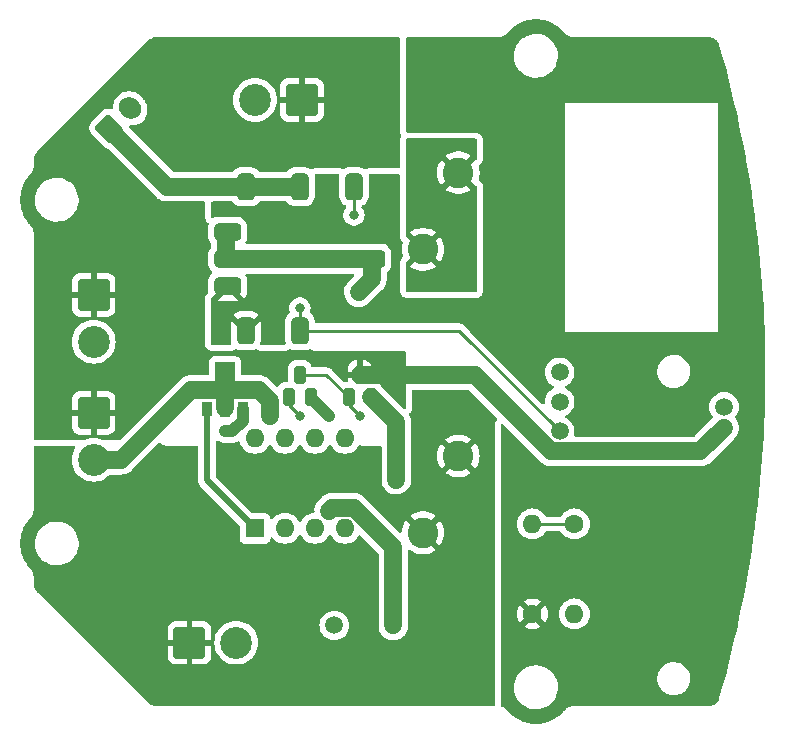
<source format=gbr>
%TF.GenerationSoftware,KiCad,Pcbnew,7.0.6*%
%TF.CreationDate,2023-11-19T20:23:39+09:00*%
%TF.ProjectId,PowerSupply_20230505,506f7765-7253-4757-9070-6c795f323032,rev?*%
%TF.SameCoordinates,Original*%
%TF.FileFunction,Copper,L1,Top*%
%TF.FilePolarity,Positive*%
%FSLAX46Y46*%
G04 Gerber Fmt 4.6, Leading zero omitted, Abs format (unit mm)*
G04 Created by KiCad (PCBNEW 7.0.6) date 2023-11-19 20:23:39*
%MOMM*%
%LPD*%
G01*
G04 APERTURE LIST*
G04 Aperture macros list*
%AMRoundRect*
0 Rectangle with rounded corners*
0 $1 Rounding radius*
0 $2 $3 $4 $5 $6 $7 $8 $9 X,Y pos of 4 corners*
0 Add a 4 corners polygon primitive as box body*
4,1,4,$2,$3,$4,$5,$6,$7,$8,$9,$2,$3,0*
0 Add four circle primitives for the rounded corners*
1,1,$1+$1,$2,$3*
1,1,$1+$1,$4,$5*
1,1,$1+$1,$6,$7*
1,1,$1+$1,$8,$9*
0 Add four rect primitives between the rounded corners*
20,1,$1+$1,$2,$3,$4,$5,0*
20,1,$1+$1,$4,$5,$6,$7,0*
20,1,$1+$1,$6,$7,$8,$9,0*
20,1,$1+$1,$8,$9,$2,$3,0*%
%AMHorizOval*
0 Thick line with rounded ends*
0 $1 width*
0 $2 $3 position (X,Y) of the first rounded end (center of the circle)*
0 $4 $5 position (X,Y) of the second rounded end (center of the circle)*
0 Add line between two ends*
20,1,$1,$2,$3,$4,$5,0*
0 Add two circle primitives to create the rounded ends*
1,1,$1,$2,$3*
1,1,$1,$4,$5*%
%AMFreePoly0*
4,1,9,3.862500,-0.866500,0.737500,-0.866500,0.737500,-0.450000,-0.737500,-0.450000,-0.737500,0.450000,0.737500,0.450000,0.737500,0.866500,3.862500,0.866500,3.862500,-0.866500,3.862500,-0.866500,$1*%
G04 Aperture macros list end*
%TA.AperFunction,SMDPad,CuDef*%
%ADD10R,0.900000X1.300000*%
%TD*%
%TA.AperFunction,SMDPad,CuDef*%
%ADD11FreePoly0,90.000000*%
%TD*%
%TA.AperFunction,ComponentPad*%
%ADD12RoundRect,0.250001X1.099999X1.099999X-1.099999X1.099999X-1.099999X-1.099999X1.099999X-1.099999X0*%
%TD*%
%TA.AperFunction,ComponentPad*%
%ADD13C,2.700000*%
%TD*%
%TA.AperFunction,ComponentPad*%
%ADD14C,1.500000*%
%TD*%
%TA.AperFunction,ComponentPad*%
%ADD15RoundRect,0.250001X-1.099999X1.099999X-1.099999X-1.099999X1.099999X-1.099999X1.099999X1.099999X0*%
%TD*%
%TA.AperFunction,ComponentPad*%
%ADD16C,1.600000*%
%TD*%
%TA.AperFunction,ComponentPad*%
%ADD17O,1.600000X1.600000*%
%TD*%
%TA.AperFunction,SMDPad,CuDef*%
%ADD18RoundRect,0.381000X-0.381000X0.762000X-0.381000X-0.762000X0.381000X-0.762000X0.381000X0.762000X0*%
%TD*%
%TA.AperFunction,SMDPad,CuDef*%
%ADD19RoundRect,0.381000X0.762000X0.381000X-0.762000X0.381000X-0.762000X-0.381000X0.762000X-0.381000X0*%
%TD*%
%TA.AperFunction,ComponentPad*%
%ADD20C,2.600000*%
%TD*%
%TA.AperFunction,SMDPad,CuDef*%
%ADD21RoundRect,0.250000X0.250000X-0.500000X0.250000X0.500000X-0.250000X0.500000X-0.250000X-0.500000X0*%
%TD*%
%TA.AperFunction,ComponentPad*%
%ADD22RoundRect,0.250000X0.106066X-0.954594X0.954594X-0.106066X-0.106066X0.954594X-0.954594X0.106066X0*%
%TD*%
%TA.AperFunction,ComponentPad*%
%ADD23HorizOval,1.700000X-0.106066X0.106066X0.106066X-0.106066X0*%
%TD*%
%TA.AperFunction,ComponentPad*%
%ADD24RoundRect,0.250001X-1.099999X-1.099999X1.099999X-1.099999X1.099999X1.099999X-1.099999X1.099999X0*%
%TD*%
%TA.AperFunction,ComponentPad*%
%ADD25R,1.600000X1.600000*%
%TD*%
%TA.AperFunction,ViaPad*%
%ADD26C,0.800000*%
%TD*%
%TA.AperFunction,ViaPad*%
%ADD27C,2.500000*%
%TD*%
%TA.AperFunction,Conductor*%
%ADD28C,1.500000*%
%TD*%
%TA.AperFunction,Conductor*%
%ADD29C,1.000000*%
%TD*%
%TA.AperFunction,Conductor*%
%ADD30C,0.250000*%
%TD*%
%TA.AperFunction,Conductor*%
%ADD31C,0.500000*%
%TD*%
G04 APERTURE END LIST*
D10*
%TO.P,3.3V,1,Vout*%
%TO.N,Net-(U2-Vout)*%
X72160000Y-109900000D03*
D11*
%TO.P,3.3V,2,GND*%
%TO.N,GND*%
X73660000Y-109812500D03*
D10*
%TO.P,3.3V,3,Vin*%
%TO.N,+5V*%
X75160000Y-109900000D03*
%TD*%
D12*
%TO.P,J5,1,Pin_1*%
%TO.N,Vin*%
X80184180Y-83732264D03*
D13*
%TO.P,J5,2,Pin_2*%
%TO.N,GND*%
X76224180Y-83732264D03*
%TD*%
D14*
%TO.P,MES1,1,-*%
%TO.N,GND*%
X115926680Y-109732264D03*
%TO.P,MES1,2,+*%
%TO.N,Vin*%
X115926680Y-111482264D03*
%TD*%
D15*
%TO.P,J2,1,Pin_1*%
%TO.N,Vin*%
X62550000Y-110242500D03*
D13*
%TO.P,J2,2,Pin_2*%
%TO.N,GND*%
X62550000Y-114202500D03*
%TD*%
D16*
%TO.P,10K,1*%
%TO.N,Net-(U3-GP2)*%
X103251000Y-119634000D03*
D17*
%TO.P,10K,2*%
%TO.N,GND*%
X103251000Y-127254000D03*
%TD*%
D14*
%TO.P,BZ1,1,-*%
%TO.N,Net-(BZ1--)*%
X82926680Y-128232264D03*
%TO.P,BZ1,2,+*%
%TO.N,GND*%
X87926680Y-128232264D03*
%TD*%
D18*
%TO.P,U1,1,ON/OFF*%
%TO.N,Net-(SW2A-A)*%
X80010000Y-103282264D03*
%TO.P,U1,2,Vin*%
%TO.N,V_raw2*%
X75430000Y-103282264D03*
D19*
X73910000Y-99472264D03*
%TO.P,U1,3,GND*%
%TO.N,GND*%
X73910000Y-97182264D03*
X73910000Y-94892264D03*
D18*
%TO.P,U1,4,Vout*%
%TO.N,+5V*%
X75430000Y-91082264D03*
%TO.P,U1,5,Sense*%
X80010000Y-91082264D03*
%TO.P,U1,6,Trim*%
%TO.N,Net-(U1-Trim)*%
X84590000Y-91082264D03*
D19*
%TO.P,U1,7,GND*%
%TO.N,GND*%
X86110000Y-97182264D03*
%TD*%
D15*
%TO.P,J4,1,Pin_1*%
%TO.N,Vin*%
X62550000Y-100242500D03*
D13*
%TO.P,J4,2,Pin_2*%
%TO.N,GND*%
X62550000Y-104202500D03*
%TD*%
D20*
%TO.P,F1,1*%
%TO.N,V_raw*%
X90426680Y-120382264D03*
X93426680Y-113882264D03*
%TO.P,F1,2*%
%TO.N,Net-(SW1A-A)*%
X90426680Y-96382264D03*
X93426680Y-89882264D03*
%TD*%
D16*
%TO.P,30K,1*%
%TO.N,V_raw2*%
X99695000Y-127254000D03*
D17*
%TO.P,30K,2*%
%TO.N,Net-(U3-GP2)*%
X99695000Y-119634000D03*
%TD*%
D21*
%TO.P,Nch,1,G*%
%TO.N,Net-(Q2-G)*%
X79060000Y-108887500D03*
%TO.P,Nch,2,D*%
%TO.N,Net-(Q1-G)*%
X80010000Y-107012500D03*
%TO.P,Nch,3,S*%
%TO.N,GND*%
X80960000Y-108887500D03*
%TD*%
D14*
%TO.P,SW2,1,A*%
%TO.N,Net-(SW2A-A)*%
X102000000Y-111800000D03*
%TO.P,SW2,2,B*%
%TO.N,GND*%
X102000000Y-109300000D03*
%TO.P,SW2,3,C*%
X102000000Y-106800000D03*
%TD*%
D22*
%TO.P,J3,1,Pin_1*%
%TO.N,+5V*%
X63882586Y-86206079D03*
D23*
%TO.P,J3,2,Pin_2*%
%TO.N,GND*%
X65650353Y-84438312D03*
%TD*%
D24*
%TO.P,J1,1,Pin_1*%
%TO.N,V_raw*%
X70666680Y-129682264D03*
D13*
%TO.P,J1,2,Pin_2*%
%TO.N,GND*%
X74626680Y-129682264D03*
%TD*%
D25*
%TO.P,\u25CF,1,VDD*%
%TO.N,Net-(U2-Vout)*%
X76210000Y-120005000D03*
D17*
%TO.P,\u25CF,2,GP5*%
%TO.N,unconnected-(U3-GP5-Pad2)*%
X78750000Y-120005000D03*
%TO.P,\u25CF,3,GP4*%
%TO.N,unconnected-(U3-GP4-Pad3)*%
X81290000Y-120005000D03*
%TO.P,\u25CF,4,GP3*%
%TO.N,unconnected-(U3-GP3-Pad4)*%
X83830000Y-120005000D03*
%TO.P,\u25CF,5,GP2*%
%TO.N,Net-(U3-GP2)*%
X83830000Y-112385000D03*
%TO.P,\u25CF,6,GP1*%
%TO.N,V_control*%
X81290000Y-112385000D03*
%TO.P,\u25CF,7,GP0*%
%TO.N,Net-(U3-GP0)*%
X78750000Y-112385000D03*
%TO.P,\u25CF,8,VSS*%
%TO.N,GND*%
X76210000Y-112385000D03*
%TD*%
D21*
%TO.P,Pch,1,D*%
%TO.N,Vin*%
X85090000Y-107012500D03*
%TO.P,Pch,2,G*%
%TO.N,Net-(Q1-G)*%
X84140000Y-108887500D03*
%TO.P,Pch,3,S*%
%TO.N,V_raw2*%
X86040000Y-108887500D03*
%TD*%
D26*
%TO.N,GND*%
X77500000Y-110500000D03*
X82500000Y-110500000D03*
X82500000Y-118500000D03*
X85000000Y-100000000D03*
%TO.N,+5V*%
X73660000Y-111760000D03*
D27*
%TO.N,V_raw2*%
X93500000Y-85000000D03*
D26*
X88176680Y-115885376D03*
%TO.N,Net-(SW2A-A)*%
X80010000Y-101346000D03*
%TO.N,Net-(Q1-G)*%
X85090000Y-110490000D03*
%TO.N,Net-(U1-Trim)*%
X84590000Y-93472000D03*
%TO.N,Net-(Q2-G)*%
X80010000Y-110490000D03*
%TD*%
D28*
%TO.N,Vin*%
X101295836Y-113500000D02*
X113908944Y-113500000D01*
X94808336Y-107012500D02*
X101295836Y-113500000D01*
X113908944Y-113500000D02*
X115926680Y-111482264D01*
X85090000Y-107012500D02*
X94808336Y-107012500D01*
%TO.N,GND*%
X77500000Y-109240000D02*
X77500000Y-110500000D01*
X70770000Y-108300000D02*
X73560000Y-108300000D01*
X73660000Y-108400000D02*
X73760000Y-108300000D01*
X82500000Y-118500000D02*
X82745000Y-118255000D01*
X86110000Y-98890000D02*
X85000000Y-100000000D01*
X86110000Y-97182264D02*
X73910000Y-97182264D01*
X76560000Y-108300000D02*
X77500000Y-109240000D01*
X73660000Y-109812500D02*
X73660000Y-108400000D01*
X64867500Y-114202500D02*
X70770000Y-108300000D01*
X82745000Y-118255000D02*
X84554874Y-118255000D01*
X84554874Y-118255000D02*
X87926680Y-121626806D01*
X87926680Y-121626806D02*
X87926680Y-128232264D01*
X73760000Y-108300000D02*
X76560000Y-108300000D01*
D29*
X80960000Y-108887500D02*
X80960000Y-108960000D01*
D28*
X62550000Y-114202500D02*
X64867500Y-114202500D01*
X73560000Y-108300000D02*
X73660000Y-108400000D01*
X73746680Y-97182264D02*
X73746680Y-94892264D01*
X86110000Y-97182264D02*
X86110000Y-98890000D01*
D29*
X80960000Y-108960000D02*
X82500000Y-110500000D01*
D28*
%TO.N,+5V*%
X68758771Y-91082264D02*
X63882586Y-86206079D01*
D29*
X75160000Y-109900000D02*
X75160000Y-110900000D01*
D28*
X75430000Y-91082264D02*
X80010000Y-91082264D01*
D29*
X75160000Y-110900000D02*
X74300000Y-111760000D01*
D28*
X75430000Y-91082264D02*
X74295000Y-91082264D01*
X74295000Y-91082264D02*
X68758771Y-91082264D01*
D29*
X74300000Y-111760000D02*
X73660000Y-111760000D01*
D28*
%TO.N,V_raw2*%
X86040000Y-108887500D02*
X88176680Y-111024180D01*
X88176680Y-111024180D02*
X88176680Y-115885376D01*
D30*
%TO.N,Net-(SW2A-A)*%
X93482264Y-103282264D02*
X80010000Y-103282264D01*
X80010000Y-101346000D02*
X80010000Y-103282264D01*
X102000000Y-111800000D02*
X93482264Y-103282264D01*
%TO.N,Net-(Q1-G)*%
X84140000Y-109540000D02*
X85090000Y-110490000D01*
X84140000Y-108887500D02*
X84140000Y-109540000D01*
X80010000Y-107012500D02*
X82265000Y-107012500D01*
X82265000Y-107012500D02*
X84140000Y-108887500D01*
%TO.N,Net-(U1-Trim)*%
X84590000Y-91082264D02*
X84590000Y-93472000D01*
D31*
%TO.N,Net-(U2-Vout)*%
X72160000Y-115955000D02*
X76210000Y-120005000D01*
X72160000Y-109900000D02*
X72160000Y-115955000D01*
D30*
%TO.N,Net-(U3-GP2)*%
X103251000Y-119634000D02*
X99695000Y-119634000D01*
%TO.N,Net-(Q2-G)*%
X79060000Y-109540000D02*
X80010000Y-110490000D01*
X79060000Y-108887500D02*
X79060000Y-109540000D01*
%TD*%
%TA.AperFunction,Conductor*%
%TO.N,V_raw*%
G36*
X94306039Y-108282685D02*
G01*
X94326681Y-108299319D01*
X96682058Y-110654696D01*
X96715543Y-110716019D01*
X96710559Y-110785711D01*
X96688089Y-110823580D01*
X96594435Y-110931660D01*
X96594430Y-110931668D01*
X96534664Y-111062534D01*
X96514978Y-111129575D01*
X96514976Y-111129580D01*
X96494500Y-111272001D01*
X96494500Y-134945570D01*
X96474815Y-135012609D01*
X96422011Y-135058364D01*
X96370500Y-135069570D01*
X67879626Y-135069570D01*
X67874761Y-135069379D01*
X67862149Y-135068386D01*
X67851813Y-135067572D01*
X67787091Y-135061204D01*
X67706884Y-135053310D01*
X67698471Y-135051893D01*
X67637864Y-135037341D01*
X67634340Y-135036384D01*
X67532576Y-135005512D01*
X67526844Y-135003461D01*
X67464909Y-134977805D01*
X67459405Y-134975202D01*
X67428668Y-134958772D01*
X67365603Y-134925061D01*
X67362463Y-134923261D01*
X67309285Y-134890672D01*
X67302340Y-134885729D01*
X67190450Y-134793897D01*
X67175189Y-134780862D01*
X67172098Y-134778222D01*
X67168545Y-134774937D01*
X63225857Y-130832249D01*
X68816680Y-130832249D01*
X68827173Y-130934953D01*
X68827174Y-130934960D01*
X68882321Y-131101382D01*
X68882323Y-131101387D01*
X68974364Y-131250608D01*
X69098335Y-131374579D01*
X69247556Y-131466620D01*
X69247561Y-131466622D01*
X69413983Y-131521769D01*
X69413990Y-131521770D01*
X69516694Y-131532263D01*
X69516707Y-131532264D01*
X70416680Y-131532264D01*
X70416680Y-130497583D01*
X70574237Y-130532264D01*
X70712764Y-130532264D01*
X70850482Y-130517286D01*
X70916680Y-130494981D01*
X70916680Y-131532264D01*
X71816653Y-131532264D01*
X71816665Y-131532263D01*
X71919369Y-131521770D01*
X71919376Y-131521769D01*
X72085798Y-131466622D01*
X72085803Y-131466620D01*
X72235024Y-131374579D01*
X72358995Y-131250608D01*
X72451036Y-131101387D01*
X72451038Y-131101382D01*
X72506185Y-130934960D01*
X72506186Y-130934953D01*
X72516679Y-130832249D01*
X72516680Y-130832236D01*
X72516680Y-129932264D01*
X71482056Y-129932264D01*
X71490527Y-129911004D01*
X71520438Y-129728553D01*
X71517928Y-129682265D01*
X72771453Y-129682265D01*
X72790337Y-129946291D01*
X72790338Y-129946298D01*
X72846601Y-130204937D01*
X72939106Y-130452954D01*
X72939108Y-130452958D01*
X73065960Y-130685269D01*
X73065965Y-130685277D01*
X73224586Y-130897171D01*
X73224602Y-130897189D01*
X73411754Y-131084341D01*
X73411772Y-131084357D01*
X73623666Y-131242978D01*
X73623674Y-131242983D01*
X73855985Y-131369835D01*
X73855989Y-131369837D01*
X73855991Y-131369838D01*
X74104002Y-131462341D01*
X74104005Y-131462341D01*
X74104006Y-131462342D01*
X74299231Y-131504810D01*
X74362654Y-131518607D01*
X74606340Y-131536036D01*
X74626679Y-131537491D01*
X74626680Y-131537491D01*
X74626681Y-131537491D01*
X74645564Y-131536140D01*
X74890706Y-131518607D01*
X75149358Y-131462341D01*
X75397369Y-131369838D01*
X75629691Y-131242980D01*
X75841595Y-131084351D01*
X76028767Y-130897179D01*
X76187396Y-130685275D01*
X76314254Y-130452953D01*
X76406757Y-130204942D01*
X76463023Y-129946290D01*
X76481907Y-129682264D01*
X76463023Y-129418238D01*
X76406757Y-129159586D01*
X76314254Y-128911575D01*
X76294956Y-128876234D01*
X76187399Y-128679258D01*
X76187394Y-128679250D01*
X76028773Y-128467356D01*
X76028757Y-128467338D01*
X75841605Y-128280186D01*
X75841587Y-128280170D01*
X75777594Y-128232266D01*
X81671403Y-128232266D01*
X81676316Y-128288419D01*
X81686217Y-128401599D01*
X81690473Y-128450239D01*
X81690473Y-128450243D01*
X81747102Y-128661586D01*
X81747104Y-128661590D01*
X81747105Y-128661594D01*
X81755340Y-128679253D01*
X81839577Y-128859902D01*
X81851006Y-128876224D01*
X81965082Y-129039141D01*
X82119803Y-129193862D01*
X82299041Y-129319366D01*
X82497350Y-129411839D01*
X82497356Y-129411840D01*
X82497357Y-129411841D01*
X82517055Y-129417119D01*
X82708703Y-129468471D01*
X82891606Y-129484472D01*
X82926678Y-129487541D01*
X82926680Y-129487541D01*
X82926682Y-129487541D01*
X82954934Y-129485069D01*
X83144657Y-129468471D01*
X83356010Y-129411839D01*
X83554319Y-129319366D01*
X83733557Y-129193862D01*
X83888278Y-129039141D01*
X84013782Y-128859903D01*
X84106255Y-128661594D01*
X84162887Y-128450241D01*
X84181957Y-128232264D01*
X84162887Y-128014287D01*
X84106255Y-127802934D01*
X84013782Y-127604626D01*
X84013780Y-127604623D01*
X84013779Y-127604621D01*
X83888279Y-127425388D01*
X83855465Y-127392574D01*
X83733557Y-127270666D01*
X83554319Y-127145162D01*
X83554320Y-127145162D01*
X83554318Y-127145161D01*
X83455164Y-127098925D01*
X83356010Y-127052689D01*
X83356006Y-127052688D01*
X83356002Y-127052686D01*
X83144657Y-126996057D01*
X82926682Y-126976987D01*
X82926678Y-126976987D01*
X82781361Y-126989700D01*
X82708703Y-126996057D01*
X82708700Y-126996057D01*
X82497357Y-127052686D01*
X82497348Y-127052690D01*
X82299041Y-127145162D01*
X82299037Y-127145164D01*
X82119801Y-127270666D01*
X81965082Y-127425385D01*
X81839580Y-127604621D01*
X81839578Y-127604625D01*
X81747106Y-127802932D01*
X81747102Y-127802941D01*
X81690473Y-128014284D01*
X81690473Y-128014288D01*
X81671403Y-128232261D01*
X81671403Y-128232266D01*
X75777594Y-128232266D01*
X75629693Y-128121549D01*
X75629685Y-128121544D01*
X75397374Y-127994692D01*
X75397370Y-127994690D01*
X75149353Y-127902185D01*
X74890714Y-127845922D01*
X74890707Y-127845921D01*
X74626681Y-127827037D01*
X74626679Y-127827037D01*
X74362652Y-127845921D01*
X74362645Y-127845922D01*
X74104006Y-127902185D01*
X73855989Y-127994690D01*
X73855985Y-127994692D01*
X73623674Y-128121544D01*
X73623666Y-128121549D01*
X73411772Y-128280170D01*
X73411754Y-128280186D01*
X73224602Y-128467338D01*
X73224586Y-128467356D01*
X73065965Y-128679250D01*
X73065960Y-128679258D01*
X72939108Y-128911569D01*
X72939106Y-128911573D01*
X72846601Y-129159590D01*
X72790338Y-129418229D01*
X72790337Y-129418236D01*
X72771453Y-129682262D01*
X72771453Y-129682265D01*
X71517928Y-129682265D01*
X71510429Y-129543938D01*
X71479422Y-129432264D01*
X72516680Y-129432264D01*
X72516680Y-128532291D01*
X72516679Y-128532278D01*
X72506186Y-128429574D01*
X72506185Y-128429567D01*
X72451038Y-128263145D01*
X72451036Y-128263140D01*
X72358995Y-128113919D01*
X72235024Y-127989948D01*
X72085803Y-127897907D01*
X72085798Y-127897905D01*
X71919376Y-127842758D01*
X71919369Y-127842757D01*
X71816665Y-127832264D01*
X70916680Y-127832264D01*
X70916680Y-128866944D01*
X70759123Y-128832264D01*
X70620596Y-128832264D01*
X70482878Y-128847242D01*
X70416680Y-128869546D01*
X70416680Y-127832264D01*
X69516694Y-127832264D01*
X69413990Y-127842757D01*
X69413983Y-127842758D01*
X69247561Y-127897905D01*
X69247556Y-127897907D01*
X69098335Y-127989948D01*
X68974364Y-128113919D01*
X68882323Y-128263140D01*
X68882321Y-128263145D01*
X68827174Y-128429567D01*
X68827173Y-128429574D01*
X68816680Y-128532278D01*
X68816680Y-129432264D01*
X69851304Y-129432264D01*
X69842833Y-129453524D01*
X69812922Y-129635975D01*
X69822931Y-129820590D01*
X69853938Y-129932264D01*
X68816680Y-129932264D01*
X68816680Y-130832249D01*
X63225857Y-130832249D01*
X57757928Y-125364319D01*
X57754631Y-125360751D01*
X57739790Y-125343371D01*
X57647190Y-125230501D01*
X57642253Y-125223562D01*
X57610085Y-125171065D01*
X57608270Y-125167897D01*
X57603773Y-125159485D01*
X57557701Y-125073285D01*
X57555121Y-125067827D01*
X57529719Y-125006504D01*
X57527669Y-125000775D01*
X57517719Y-124967981D01*
X57496523Y-124898121D01*
X57495575Y-124894626D01*
X57481198Y-124834761D01*
X57479786Y-124826381D01*
X57465398Y-124680487D01*
X57464188Y-124665144D01*
X57463662Y-124658456D01*
X57463470Y-124653585D01*
X57463470Y-124201381D01*
X57469305Y-124181507D01*
X57463753Y-124123527D01*
X57463470Y-124117613D01*
X57463470Y-124103189D01*
X57463441Y-124102908D01*
X57463467Y-124038885D01*
X57455837Y-123989246D01*
X57458226Y-123971394D01*
X57448640Y-123938798D01*
X57446841Y-123930727D01*
X57442984Y-123905636D01*
X57442552Y-123902169D01*
X57439500Y-123870300D01*
X57425694Y-123841557D01*
X57416308Y-123811754D01*
X57415906Y-123791155D01*
X57405208Y-123770443D01*
X57397106Y-123750783D01*
X57394286Y-123741828D01*
X57390132Y-123733395D01*
X57382407Y-123713586D01*
X57378261Y-123699488D01*
X57361889Y-123676057D01*
X57348087Y-123648037D01*
X57344116Y-123625194D01*
X57318358Y-123592513D01*
X57316252Y-123589678D01*
X57301754Y-123568946D01*
X57297478Y-123561867D01*
X57285399Y-123538482D01*
X57267826Y-123520431D01*
X57239046Y-123479276D01*
X57238418Y-123478511D01*
X57187395Y-123425275D01*
X57185075Y-123422716D01*
X57178263Y-123414765D01*
X57136178Y-123361369D01*
X57125071Y-123352676D01*
X57108963Y-123333874D01*
X57084486Y-123305059D01*
X56963665Y-123162824D01*
X56959734Y-123157672D01*
X56922017Y-123102471D01*
X56871129Y-123027991D01*
X56786222Y-122900306D01*
X56767345Y-122871917D01*
X56764289Y-122866804D01*
X56686699Y-122721483D01*
X56605155Y-122560737D01*
X56602909Y-122555783D01*
X56540360Y-122399831D01*
X56479137Y-122233192D01*
X56477646Y-122228573D01*
X56431949Y-122065018D01*
X56422936Y-122027332D01*
X56390954Y-121893592D01*
X56390083Y-121889276D01*
X56378815Y-121820966D01*
X56362506Y-121722089D01*
X56362114Y-121719322D01*
X56341688Y-121546083D01*
X56341357Y-121542249D01*
X56332109Y-121372690D01*
X56332018Y-121369365D01*
X56332018Y-121350027D01*
X57572467Y-121350027D01*
X57602093Y-121619277D01*
X57602095Y-121619288D01*
X57669338Y-121876496D01*
X57670608Y-121881352D01*
X57776550Y-122130654D01*
X57848678Y-122248839D01*
X57917659Y-122361869D01*
X57917666Y-122361879D01*
X58090933Y-122570083D01*
X58090939Y-122570088D01*
X58195920Y-122664151D01*
X58292678Y-122750846D01*
X58518590Y-122900308D01*
X58763856Y-123015284D01*
X58763863Y-123015286D01*
X58763865Y-123015287D01*
X59023237Y-123093321D01*
X59023244Y-123093322D01*
X59023249Y-123093324D01*
X59291241Y-123132764D01*
X59291246Y-123132764D01*
X59494316Y-123132764D01*
X59545813Y-123128994D01*
X59696836Y-123117941D01*
X59809438Y-123092857D01*
X59961226Y-123059046D01*
X59961228Y-123059045D01*
X59961233Y-123059044D01*
X60214238Y-122962278D01*
X60450457Y-122829705D01*
X60664857Y-122664152D01*
X60852866Y-122469145D01*
X61010479Y-122248843D01*
X61104990Y-122065018D01*
X61134329Y-122007954D01*
X61134331Y-122007948D01*
X61134336Y-122007939D01*
X61221798Y-121751569D01*
X61270999Y-121485197D01*
X61280892Y-121214499D01*
X61251266Y-120945246D01*
X61182752Y-120683176D01*
X61076810Y-120433874D01*
X60935698Y-120202654D01*
X60889360Y-120146973D01*
X60762426Y-119994444D01*
X60762420Y-119994439D01*
X60560682Y-119813682D01*
X60334772Y-119664221D01*
X60304730Y-119650138D01*
X60089504Y-119549244D01*
X60089499Y-119549242D01*
X60089494Y-119549240D01*
X59830122Y-119471206D01*
X59830108Y-119471203D01*
X59714471Y-119454185D01*
X59562119Y-119431764D01*
X59359049Y-119431764D01*
X59359044Y-119431764D01*
X59156524Y-119446587D01*
X59156511Y-119446589D01*
X58892133Y-119505481D01*
X58892126Y-119505484D01*
X58639119Y-119602251D01*
X58402906Y-119734821D01*
X58402904Y-119734822D01*
X58402903Y-119734823D01*
X58354010Y-119772577D01*
X58188502Y-119900376D01*
X58000502Y-120095373D01*
X58000496Y-120095380D01*
X57842882Y-120315683D01*
X57842879Y-120315688D01*
X57719030Y-120556573D01*
X57719023Y-120556591D01*
X57631564Y-120812949D01*
X57631561Y-120812963D01*
X57607147Y-120945143D01*
X57593611Y-121018427D01*
X57582361Y-121079332D01*
X57582360Y-121079339D01*
X57572467Y-121350027D01*
X56332018Y-121350027D01*
X56332018Y-121195184D01*
X56332110Y-121191817D01*
X56332447Y-121185636D01*
X56341358Y-121022259D01*
X56341689Y-121018427D01*
X56362113Y-120845204D01*
X56362501Y-120842460D01*
X56390081Y-120675252D01*
X56390955Y-120670924D01*
X56405486Y-120610159D01*
X56431938Y-120499538D01*
X56477642Y-120335958D01*
X56479151Y-120331289D01*
X56526411Y-120202658D01*
X56540347Y-120164721D01*
X56602915Y-120008719D01*
X56605137Y-120003816D01*
X56686675Y-119843080D01*
X56764296Y-119697701D01*
X56767330Y-119692624D01*
X56850077Y-119568185D01*
X56871157Y-119536487D01*
X56932579Y-119446589D01*
X56959725Y-119406858D01*
X56963641Y-119401725D01*
X57109580Y-119229924D01*
X57123839Y-119213279D01*
X57132753Y-119207478D01*
X57178306Y-119149702D01*
X57184529Y-119142439D01*
X57186760Y-119139973D01*
X57239078Y-119085274D01*
X57267851Y-119044126D01*
X57281910Y-119032873D01*
X57297498Y-119002692D01*
X57301776Y-118995610D01*
X57316250Y-118974911D01*
X57318369Y-118972060D01*
X57338219Y-118946883D01*
X57348125Y-118916487D01*
X57361914Y-118888491D01*
X57375851Y-118873326D01*
X57382428Y-118850965D01*
X57390147Y-118831170D01*
X57394313Y-118822714D01*
X57397142Y-118813730D01*
X57405242Y-118794076D01*
X57411988Y-118781014D01*
X57416338Y-118752777D01*
X57425719Y-118722990D01*
X57438629Y-118703737D01*
X57442588Y-118662337D01*
X57443020Y-118658860D01*
X57446875Y-118633781D01*
X57448674Y-118625712D01*
X57456100Y-118600461D01*
X57455869Y-118575278D01*
X57463499Y-118525645D01*
X57463470Y-118448669D01*
X57463470Y-118446901D01*
X57463750Y-118440995D01*
X57468535Y-118390949D01*
X57463470Y-118361661D01*
X57463469Y-113129499D01*
X57483155Y-113062461D01*
X57535959Y-113016706D01*
X57587470Y-113005500D01*
X60886864Y-113005500D01*
X60953903Y-113025185D01*
X60999658Y-113077989D01*
X61009602Y-113147147D01*
X60991178Y-113196542D01*
X60989281Y-113199493D01*
X60862428Y-113431805D01*
X60862426Y-113431809D01*
X60769921Y-113679826D01*
X60713658Y-113938465D01*
X60713657Y-113938472D01*
X60694773Y-114202498D01*
X60694773Y-114202501D01*
X60713657Y-114466527D01*
X60713658Y-114466534D01*
X60769921Y-114725173D01*
X60862426Y-114973190D01*
X60862428Y-114973194D01*
X60989280Y-115205505D01*
X60989285Y-115205513D01*
X61147906Y-115417407D01*
X61147922Y-115417425D01*
X61335074Y-115604577D01*
X61335092Y-115604593D01*
X61546986Y-115763214D01*
X61546994Y-115763219D01*
X61779305Y-115890071D01*
X61779309Y-115890073D01*
X61779311Y-115890074D01*
X62027322Y-115982577D01*
X62027325Y-115982577D01*
X62027326Y-115982578D01*
X62097876Y-115997925D01*
X62285974Y-116038843D01*
X62529660Y-116056272D01*
X62549999Y-116057727D01*
X62550000Y-116057727D01*
X62550001Y-116057727D01*
X62568884Y-116056376D01*
X62814026Y-116038843D01*
X63072678Y-115982577D01*
X63320689Y-115890074D01*
X63553011Y-115763216D01*
X63764915Y-115604587D01*
X63880184Y-115489317D01*
X63941505Y-115455834D01*
X63967864Y-115453000D01*
X64793793Y-115453000D01*
X64800731Y-115453389D01*
X64839327Y-115457738D01*
X64839329Y-115457737D01*
X64839330Y-115457738D01*
X64857086Y-115456540D01*
X64907532Y-115453139D01*
X64911688Y-115453000D01*
X64923647Y-115453000D01*
X64923655Y-115453000D01*
X64965623Y-115449222D01*
X65063912Y-115442596D01*
X65068146Y-115441528D01*
X65087341Y-115438267D01*
X65091688Y-115437877D01*
X65186665Y-115411664D01*
X65282183Y-115387596D01*
X65286155Y-115385791D01*
X65304462Y-115379154D01*
X65308670Y-115377993D01*
X65397435Y-115335246D01*
X65487126Y-115294507D01*
X65490720Y-115292016D01*
X65507535Y-115282224D01*
X65511473Y-115280329D01*
X65591176Y-115222421D01*
X65672154Y-115166320D01*
X65675243Y-115163230D01*
X65690045Y-115150588D01*
X65693578Y-115148022D01*
X65761653Y-115076820D01*
X68020533Y-112817939D01*
X68081854Y-112784456D01*
X68151546Y-112789440D01*
X68189415Y-112811910D01*
X68297496Y-112905564D01*
X68297497Y-112905565D01*
X68297500Y-112905567D01*
X68297502Y-112905568D01*
X68297504Y-112905569D01*
X68382729Y-112944491D01*
X68428377Y-112965338D01*
X68466278Y-112976467D01*
X68495411Y-112985022D01*
X68495416Y-112985023D01*
X68495420Y-112985024D01*
X68637836Y-113005500D01*
X68637839Y-113005500D01*
X71285500Y-113005500D01*
X71352539Y-113025185D01*
X71398294Y-113077989D01*
X71409500Y-113129500D01*
X71409500Y-115891294D01*
X71408191Y-115909263D01*
X71404710Y-115933025D01*
X71409264Y-115985064D01*
X71409500Y-115990470D01*
X71409500Y-115998709D01*
X71413306Y-116031274D01*
X71420000Y-116107791D01*
X71421461Y-116114867D01*
X71421403Y-116114878D01*
X71423034Y-116122237D01*
X71423092Y-116122224D01*
X71424757Y-116129250D01*
X71451025Y-116201424D01*
X71475185Y-116274331D01*
X71478236Y-116280874D01*
X71478182Y-116280898D01*
X71481470Y-116287688D01*
X71481521Y-116287663D01*
X71484761Y-116294113D01*
X71484762Y-116294114D01*
X71484763Y-116294117D01*
X71506085Y-116326536D01*
X71526965Y-116358283D01*
X71567287Y-116423655D01*
X71571766Y-116429319D01*
X71571719Y-116429356D01*
X71576482Y-116435202D01*
X71576528Y-116435164D01*
X71581173Y-116440700D01*
X71637017Y-116493385D01*
X74873181Y-119729549D01*
X74906666Y-119790872D01*
X74909500Y-119817230D01*
X74909500Y-120852870D01*
X74909501Y-120852876D01*
X74915908Y-120912483D01*
X74966202Y-121047328D01*
X74966206Y-121047335D01*
X75052452Y-121162544D01*
X75052455Y-121162547D01*
X75167664Y-121248793D01*
X75167671Y-121248797D01*
X75302517Y-121299091D01*
X75302516Y-121299091D01*
X75309444Y-121299835D01*
X75362127Y-121305500D01*
X77057872Y-121305499D01*
X77117483Y-121299091D01*
X77252331Y-121248796D01*
X77367546Y-121162546D01*
X77453796Y-121047331D01*
X77504091Y-120912483D01*
X77507862Y-120877401D01*
X77534599Y-120812855D01*
X77591990Y-120773006D01*
X77661816Y-120770511D01*
X77721905Y-120806163D01*
X77732726Y-120819536D01*
X77749956Y-120844143D01*
X77910858Y-121005045D01*
X77910861Y-121005047D01*
X78097266Y-121135568D01*
X78303504Y-121231739D01*
X78523308Y-121290635D01*
X78685230Y-121304801D01*
X78749998Y-121310468D01*
X78750000Y-121310468D01*
X78750002Y-121310468D01*
X78806807Y-121305498D01*
X78976692Y-121290635D01*
X79196496Y-121231739D01*
X79402734Y-121135568D01*
X79589139Y-121005047D01*
X79750047Y-120844139D01*
X79880568Y-120657734D01*
X79907618Y-120599724D01*
X79953790Y-120547285D01*
X80020983Y-120528133D01*
X80087865Y-120548348D01*
X80132381Y-120599724D01*
X80145136Y-120627076D01*
X80159429Y-120657728D01*
X80159432Y-120657734D01*
X80289954Y-120844141D01*
X80450858Y-121005045D01*
X80450861Y-121005047D01*
X80637266Y-121135568D01*
X80843504Y-121231739D01*
X81063308Y-121290635D01*
X81225230Y-121304801D01*
X81289998Y-121310468D01*
X81290000Y-121310468D01*
X81290002Y-121310468D01*
X81346807Y-121305498D01*
X81516692Y-121290635D01*
X81736496Y-121231739D01*
X81942734Y-121135568D01*
X82129139Y-121005047D01*
X82290047Y-120844139D01*
X82420568Y-120657734D01*
X82447618Y-120599724D01*
X82493790Y-120547285D01*
X82560983Y-120528133D01*
X82627865Y-120548348D01*
X82672381Y-120599724D01*
X82685136Y-120627076D01*
X82699429Y-120657728D01*
X82699432Y-120657734D01*
X82829954Y-120844141D01*
X82990858Y-121005045D01*
X82990861Y-121005047D01*
X83177266Y-121135568D01*
X83383504Y-121231739D01*
X83603308Y-121290635D01*
X83765230Y-121304801D01*
X83829998Y-121310468D01*
X83830000Y-121310468D01*
X83830002Y-121310468D01*
X83886807Y-121305498D01*
X84056692Y-121290635D01*
X84276496Y-121231739D01*
X84482734Y-121135568D01*
X84669139Y-121005047D01*
X84830047Y-120844139D01*
X84960568Y-120657734D01*
X84960572Y-120657725D01*
X84963276Y-120653043D01*
X84965564Y-120654364D01*
X85004197Y-120610159D01*
X85071319Y-120590758D01*
X85138275Y-120610726D01*
X85158476Y-120627076D01*
X86639861Y-122108460D01*
X86673346Y-122169783D01*
X86676180Y-122196141D01*
X86676180Y-128174954D01*
X86675944Y-128180360D01*
X86671403Y-128232262D01*
X86671403Y-128232267D01*
X86676035Y-128285213D01*
X86676179Y-128288405D01*
X86681041Y-128342437D01*
X86690474Y-128450255D01*
X86690569Y-128450794D01*
X86691260Y-128455987D01*
X86691300Y-128456440D01*
X86691303Y-128456456D01*
X86719953Y-128560260D01*
X86719953Y-128560261D01*
X86747105Y-128661594D01*
X86747106Y-128661596D01*
X86749625Y-128668516D01*
X86751129Y-128673226D01*
X86751186Y-128673435D01*
X86796590Y-128767718D01*
X86839577Y-128859902D01*
X86842283Y-128864588D01*
X86842158Y-128864660D01*
X86848443Y-128875392D01*
X86848844Y-128876224D01*
X86848847Y-128876230D01*
X86848851Y-128876237D01*
X86902183Y-128949641D01*
X86908561Y-128958420D01*
X86965078Y-129039137D01*
X86965081Y-129039140D01*
X86965082Y-129039141D01*
X86965949Y-129040008D01*
X86978592Y-129054811D01*
X86981153Y-129058336D01*
X86981157Y-129058340D01*
X86981158Y-129058342D01*
X87052336Y-129126395D01*
X87119803Y-129193862D01*
X87123641Y-129196549D01*
X87138209Y-129208498D01*
X87143853Y-129213895D01*
X87223438Y-129266428D01*
X87299036Y-129319363D01*
X87299038Y-129319363D01*
X87299041Y-129319366D01*
X87306414Y-129322804D01*
X87322308Y-129331691D01*
X87331712Y-129337899D01*
X87416533Y-129374153D01*
X87497350Y-129411839D01*
X87508534Y-129414835D01*
X87525164Y-129420584D01*
X87538692Y-129426367D01*
X87625587Y-129446200D01*
X87708703Y-129468471D01*
X87727914Y-129470151D01*
X87736298Y-129471469D01*
X87758143Y-129476455D01*
X87844077Y-129480314D01*
X87926680Y-129487541D01*
X87949150Y-129485574D01*
X87957340Y-129485401D01*
X87983010Y-129486554D01*
X88063744Y-129475617D01*
X88066606Y-129475298D01*
X88144657Y-129468471D01*
X88169629Y-129461778D01*
X88177345Y-129460228D01*
X88206067Y-129456339D01*
X88263324Y-129437733D01*
X88280412Y-129432182D01*
X88283496Y-129431267D01*
X88356010Y-129411839D01*
X88382423Y-129399521D01*
X88389443Y-129396755D01*
X88420144Y-129386781D01*
X88486120Y-129351276D01*
X88489255Y-129349704D01*
X88554319Y-129319366D01*
X88580890Y-129300759D01*
X88587041Y-129296969D01*
X88618361Y-129280116D01*
X88674363Y-129235454D01*
X88677434Y-129233158D01*
X88733557Y-129193862D01*
X88758816Y-129168601D01*
X88763986Y-129163981D01*
X88794346Y-129139772D01*
X88839312Y-129088303D01*
X88842142Y-129085275D01*
X88888278Y-129039141D01*
X88910645Y-129007194D01*
X88914730Y-129001979D01*
X88942445Y-128970260D01*
X88975815Y-128914407D01*
X88978242Y-128910656D01*
X89010451Y-128864660D01*
X89013778Y-128859909D01*
X89013778Y-128859907D01*
X89013782Y-128859903D01*
X89031653Y-128821577D01*
X89034601Y-128816014D01*
X89057895Y-128777028D01*
X89079610Y-128719164D01*
X89081451Y-128714782D01*
X89106255Y-128661594D01*
X89118045Y-128617589D01*
X89119885Y-128611854D01*
X89136986Y-128566290D01*
X89136987Y-128566288D01*
X89147435Y-128508711D01*
X89148548Y-128503752D01*
X89158303Y-128467349D01*
X89162887Y-128450241D01*
X89167144Y-128401570D01*
X89167897Y-128395959D01*
X89174819Y-128357820D01*
X89177180Y-128344814D01*
X89177180Y-128289572D01*
X89177416Y-128284166D01*
X89181957Y-128232264D01*
X89181957Y-128232262D01*
X89177416Y-128180360D01*
X89177180Y-128174954D01*
X89177180Y-121943535D01*
X89196865Y-121876496D01*
X89249669Y-121830741D01*
X89318827Y-121820797D01*
X89371032Y-121841081D01*
X89524163Y-121945484D01*
X89524165Y-121945485D01*
X89767219Y-122062533D01*
X89767217Y-122062533D01*
X90025017Y-122142054D01*
X90025023Y-122142056D01*
X90291781Y-122182263D01*
X90291790Y-122182264D01*
X90561570Y-122182264D01*
X90561578Y-122182263D01*
X90828336Y-122142056D01*
X90828342Y-122142054D01*
X91086141Y-122062533D01*
X91329201Y-121945482D01*
X91511830Y-121820966D01*
X90861381Y-121170518D01*
X90958600Y-121114390D01*
X91099194Y-120987798D01*
X91210396Y-120834743D01*
X91217270Y-120819302D01*
X91864383Y-121466415D01*
X91864384Y-121466414D01*
X91918073Y-121399092D01*
X91918080Y-121399081D01*
X92052970Y-121165445D01*
X92151531Y-120914316D01*
X92151537Y-120914297D01*
X92211566Y-120651292D01*
X92211566Y-120651290D01*
X92231727Y-120382268D01*
X92231727Y-120382259D01*
X92211566Y-120113237D01*
X92211566Y-120113235D01*
X92151537Y-119850230D01*
X92151531Y-119850211D01*
X92052970Y-119599082D01*
X92052971Y-119599082D01*
X91918077Y-119365441D01*
X91864384Y-119298111D01*
X91217270Y-119945225D01*
X91210396Y-119929786D01*
X91099194Y-119776730D01*
X90958600Y-119650138D01*
X90861381Y-119594009D01*
X91511830Y-118943560D01*
X91329197Y-118819043D01*
X91329196Y-118819042D01*
X91086140Y-118701994D01*
X91086142Y-118701994D01*
X90828342Y-118622473D01*
X90828336Y-118622471D01*
X90561578Y-118582264D01*
X90291781Y-118582264D01*
X90025023Y-118622471D01*
X90025017Y-118622473D01*
X89767218Y-118701994D01*
X89524165Y-118819042D01*
X89524156Y-118819047D01*
X89341528Y-118943560D01*
X89991978Y-119594009D01*
X89894760Y-119650138D01*
X89754166Y-119776730D01*
X89642964Y-119929785D01*
X89636089Y-119945226D01*
X88988975Y-119298112D01*
X88935280Y-119365444D01*
X88800389Y-119599082D01*
X88701828Y-119850211D01*
X88701822Y-119850230D01*
X88641793Y-120113235D01*
X88641793Y-120113236D01*
X88629909Y-120271813D01*
X88605270Y-120337194D01*
X88549194Y-120378875D01*
X88479486Y-120383622D01*
X88418575Y-120350227D01*
X85491230Y-117422882D01*
X85486593Y-117417693D01*
X85462381Y-117387332D01*
X85410905Y-117342359D01*
X85407871Y-117339523D01*
X85399403Y-117331055D01*
X85367055Y-117304049D01*
X85292870Y-117239235D01*
X85289115Y-117236991D01*
X85273247Y-117225732D01*
X85269893Y-117222932D01*
X85269892Y-117222931D01*
X85269887Y-117222927D01*
X85189254Y-117177176D01*
X85184214Y-117174316D01*
X85099638Y-117123785D01*
X85099635Y-117123783D01*
X85095543Y-117122248D01*
X85077918Y-117114002D01*
X85074119Y-117111846D01*
X84981127Y-117079307D01*
X84888903Y-117044694D01*
X84888893Y-117044691D01*
X84884597Y-117043912D01*
X84865792Y-117038949D01*
X84861658Y-117037502D01*
X84861653Y-117037501D01*
X84764346Y-117022089D01*
X84667424Y-117004500D01*
X84667421Y-117004500D01*
X84663046Y-117004500D01*
X84643643Y-117002972D01*
X84639334Y-117002289D01*
X84540852Y-117004500D01*
X82818697Y-117004500D01*
X82811758Y-117004110D01*
X82784907Y-117001085D01*
X82773174Y-116999763D01*
X82773168Y-116999762D01*
X82727704Y-117002828D01*
X82704976Y-117004360D01*
X82700823Y-117004500D01*
X82688840Y-117004500D01*
X82646857Y-117008278D01*
X82548589Y-117014903D01*
X82544348Y-117015972D01*
X82525175Y-117019230D01*
X82520812Y-117019622D01*
X82520806Y-117019624D01*
X82425844Y-117045832D01*
X82330315Y-117069903D01*
X82330312Y-117069904D01*
X82326319Y-117071718D01*
X82308059Y-117078338D01*
X82303850Y-117079500D01*
X82303835Y-117079505D01*
X82303830Y-117079507D01*
X82303825Y-117079509D01*
X82303826Y-117079509D01*
X82215070Y-117122250D01*
X82125375Y-117162991D01*
X82121775Y-117165486D01*
X82104971Y-117175271D01*
X82101034Y-117177167D01*
X82101019Y-117177176D01*
X82058957Y-117207735D01*
X82021335Y-117235070D01*
X81993281Y-117254505D01*
X81940346Y-117291178D01*
X81937237Y-117294287D01*
X81922466Y-117306902D01*
X81918928Y-117309472D01*
X81918922Y-117309478D01*
X81850863Y-117380662D01*
X81576059Y-117655466D01*
X81467932Y-117784980D01*
X81467928Y-117784986D01*
X81356847Y-117980754D01*
X81282502Y-118193213D01*
X81282501Y-118193216D01*
X81247289Y-118415536D01*
X81251127Y-118586523D01*
X81232951Y-118653987D01*
X81181187Y-118700915D01*
X81137966Y-118712833D01*
X81063312Y-118719364D01*
X81063302Y-118719366D01*
X80843511Y-118778258D01*
X80843502Y-118778261D01*
X80637267Y-118874431D01*
X80637265Y-118874432D01*
X80450858Y-119004954D01*
X80289954Y-119165858D01*
X80159432Y-119352265D01*
X80159431Y-119352267D01*
X80155329Y-119361064D01*
X80133971Y-119406868D01*
X80132382Y-119410275D01*
X80086209Y-119462714D01*
X80019016Y-119481866D01*
X79952135Y-119461650D01*
X79907618Y-119410275D01*
X79880568Y-119352266D01*
X79750047Y-119165861D01*
X79750045Y-119165858D01*
X79589141Y-119004954D01*
X79402734Y-118874432D01*
X79402732Y-118874431D01*
X79196497Y-118778261D01*
X79196488Y-118778258D01*
X78976697Y-118719366D01*
X78976693Y-118719365D01*
X78976692Y-118719365D01*
X78976691Y-118719364D01*
X78976686Y-118719364D01*
X78750002Y-118699532D01*
X78749998Y-118699532D01*
X78523313Y-118719364D01*
X78523302Y-118719366D01*
X78303511Y-118778258D01*
X78303502Y-118778261D01*
X78097267Y-118874431D01*
X78097265Y-118874432D01*
X77910858Y-119004954D01*
X77749954Y-119165858D01*
X77732725Y-119190464D01*
X77678147Y-119234088D01*
X77608648Y-119241280D01*
X77546294Y-119209757D01*
X77510882Y-119149526D01*
X77507861Y-119132591D01*
X77506617Y-119121021D01*
X77504091Y-119097517D01*
X77499525Y-119085276D01*
X77453797Y-118962671D01*
X77453793Y-118962664D01*
X77367547Y-118847455D01*
X77367544Y-118847452D01*
X77252335Y-118761206D01*
X77252328Y-118761202D01*
X77117482Y-118710908D01*
X77117483Y-118710908D01*
X77057883Y-118704501D01*
X77057881Y-118704500D01*
X77057873Y-118704500D01*
X77057865Y-118704500D01*
X76022229Y-118704500D01*
X75955190Y-118684815D01*
X75934548Y-118668181D01*
X72946819Y-115680451D01*
X72913334Y-115619128D01*
X72910500Y-115592770D01*
X72910500Y-112694705D01*
X72930185Y-112627666D01*
X72982989Y-112581911D01*
X73052147Y-112571967D01*
X73105335Y-112592929D01*
X73132293Y-112611692D01*
X73171949Y-112639294D01*
X73171950Y-112639294D01*
X73171951Y-112639295D01*
X73358942Y-112719540D01*
X73558259Y-112760500D01*
X74287284Y-112760500D01*
X74376358Y-112762757D01*
X74376358Y-112762756D01*
X74376363Y-112762757D01*
X74436753Y-112751932D01*
X74441412Y-112751280D01*
X74483607Y-112746988D01*
X74502438Y-112745074D01*
X74535227Y-112734786D01*
X74542840Y-112732918D01*
X74576653Y-112726858D01*
X74633621Y-112704101D01*
X74638053Y-112702524D01*
X74640345Y-112701805D01*
X74696588Y-112684159D01*
X74726627Y-112667484D01*
X74733708Y-112664122D01*
X74765617Y-112651377D01*
X74766045Y-112651094D01*
X74766315Y-112651012D01*
X74771189Y-112648466D01*
X74771663Y-112649373D01*
X74832847Y-112630633D01*
X74900110Y-112649537D01*
X74946477Y-112701805D01*
X74954064Y-112722532D01*
X74983258Y-112831488D01*
X74983261Y-112831497D01*
X75079431Y-113037732D01*
X75079432Y-113037734D01*
X75209954Y-113224141D01*
X75370858Y-113385045D01*
X75370861Y-113385047D01*
X75557266Y-113515568D01*
X75763504Y-113611739D01*
X75763509Y-113611740D01*
X75763511Y-113611741D01*
X75816415Y-113625916D01*
X75983308Y-113670635D01*
X76145230Y-113684801D01*
X76209998Y-113690468D01*
X76210000Y-113690468D01*
X76210002Y-113690468D01*
X76266672Y-113685509D01*
X76436692Y-113670635D01*
X76656496Y-113611739D01*
X76862734Y-113515568D01*
X77049139Y-113385047D01*
X77210047Y-113224139D01*
X77340568Y-113037734D01*
X77367618Y-112979724D01*
X77413790Y-112927285D01*
X77480983Y-112908133D01*
X77547865Y-112928348D01*
X77592381Y-112979724D01*
X77604401Y-113005500D01*
X77619429Y-113037728D01*
X77619432Y-113037734D01*
X77749954Y-113224141D01*
X77910858Y-113385045D01*
X77910861Y-113385047D01*
X78097266Y-113515568D01*
X78303504Y-113611739D01*
X78303509Y-113611740D01*
X78303511Y-113611741D01*
X78356415Y-113625916D01*
X78523308Y-113670635D01*
X78685230Y-113684801D01*
X78749998Y-113690468D01*
X78750000Y-113690468D01*
X78750002Y-113690468D01*
X78806672Y-113685509D01*
X78976692Y-113670635D01*
X79196496Y-113611739D01*
X79402734Y-113515568D01*
X79589139Y-113385047D01*
X79750047Y-113224139D01*
X79880568Y-113037734D01*
X79907618Y-112979724D01*
X79953790Y-112927285D01*
X80020983Y-112908133D01*
X80087865Y-112928348D01*
X80132381Y-112979724D01*
X80144401Y-113005500D01*
X80159429Y-113037728D01*
X80159432Y-113037734D01*
X80289954Y-113224141D01*
X80450858Y-113385045D01*
X80450861Y-113385047D01*
X80637266Y-113515568D01*
X80843504Y-113611739D01*
X80843509Y-113611740D01*
X80843511Y-113611741D01*
X80896415Y-113625916D01*
X81063308Y-113670635D01*
X81225230Y-113684801D01*
X81289998Y-113690468D01*
X81290000Y-113690468D01*
X81290002Y-113690468D01*
X81346673Y-113685509D01*
X81516692Y-113670635D01*
X81736496Y-113611739D01*
X81942734Y-113515568D01*
X82129139Y-113385047D01*
X82290047Y-113224139D01*
X82420568Y-113037734D01*
X82447618Y-112979724D01*
X82493790Y-112927285D01*
X82560983Y-112908133D01*
X82627865Y-112928348D01*
X82672381Y-112979724D01*
X82684401Y-113005500D01*
X82699429Y-113037728D01*
X82699432Y-113037734D01*
X82829954Y-113224141D01*
X82990858Y-113385045D01*
X82990861Y-113385047D01*
X83177266Y-113515568D01*
X83383504Y-113611739D01*
X83383509Y-113611740D01*
X83383511Y-113611741D01*
X83436415Y-113625916D01*
X83603308Y-113670635D01*
X83765230Y-113684801D01*
X83829998Y-113690468D01*
X83830000Y-113690468D01*
X83830002Y-113690468D01*
X83886673Y-113685509D01*
X84056692Y-113670635D01*
X84276496Y-113611739D01*
X84482734Y-113515568D01*
X84669139Y-113385047D01*
X84830047Y-113224139D01*
X84960568Y-113037734D01*
X84960568Y-113037732D01*
X84963673Y-113033299D01*
X84964612Y-113033956D01*
X85011029Y-112989693D01*
X85079636Y-112976467D01*
X85102792Y-112980929D01*
X85116729Y-112985022D01*
X85116734Y-112985023D01*
X85116738Y-112985024D01*
X85259154Y-113005500D01*
X85259157Y-113005500D01*
X86802180Y-113005500D01*
X86869219Y-113025185D01*
X86914974Y-113077989D01*
X86926180Y-113129500D01*
X86926180Y-115941527D01*
X86941302Y-116109562D01*
X86941303Y-116109568D01*
X87001183Y-116326536D01*
X87001188Y-116326549D01*
X87098847Y-116529342D01*
X87098851Y-116529350D01*
X87231153Y-116711448D01*
X87231154Y-116711450D01*
X87393856Y-116867009D01*
X87581713Y-116991012D01*
X87788684Y-117079476D01*
X87788687Y-117079477D01*
X87788692Y-117079479D01*
X88008143Y-117129567D01*
X88233010Y-117139666D01*
X88456067Y-117109451D01*
X88670144Y-117039893D01*
X88868361Y-116933228D01*
X89044346Y-116792884D01*
X89192445Y-116623372D01*
X89307895Y-116430140D01*
X89386987Y-116219400D01*
X89407240Y-116107797D01*
X89427180Y-115997925D01*
X89427180Y-113882268D01*
X91621633Y-113882268D01*
X91641793Y-114151290D01*
X91641793Y-114151292D01*
X91701822Y-114414297D01*
X91701828Y-114414316D01*
X91800389Y-114665445D01*
X91800388Y-114665445D01*
X91935282Y-114899086D01*
X91988974Y-114966415D01*
X92636089Y-114319300D01*
X92642964Y-114334742D01*
X92754166Y-114487798D01*
X92894760Y-114614390D01*
X92991977Y-114670518D01*
X92341528Y-115320966D01*
X92524163Y-115445484D01*
X92524165Y-115445485D01*
X92767219Y-115562533D01*
X92767217Y-115562533D01*
X93025017Y-115642054D01*
X93025023Y-115642056D01*
X93291781Y-115682263D01*
X93291790Y-115682264D01*
X93561570Y-115682264D01*
X93561578Y-115682263D01*
X93828336Y-115642056D01*
X93828342Y-115642054D01*
X94086141Y-115562533D01*
X94329201Y-115445482D01*
X94511830Y-115320966D01*
X93861381Y-114670518D01*
X93958600Y-114614390D01*
X94099194Y-114487798D01*
X94210396Y-114334743D01*
X94217270Y-114319302D01*
X94864383Y-114966415D01*
X94864384Y-114966414D01*
X94918073Y-114899092D01*
X94918080Y-114899081D01*
X95052970Y-114665445D01*
X95151531Y-114414316D01*
X95151537Y-114414297D01*
X95211566Y-114151292D01*
X95211566Y-114151290D01*
X95231727Y-113882268D01*
X95231727Y-113882259D01*
X95211566Y-113613237D01*
X95211566Y-113613235D01*
X95151537Y-113350230D01*
X95151531Y-113350211D01*
X95052970Y-113099082D01*
X95052971Y-113099082D01*
X94918077Y-112865441D01*
X94864384Y-112798111D01*
X94217270Y-113445225D01*
X94210396Y-113429786D01*
X94099194Y-113276730D01*
X93958600Y-113150138D01*
X93861381Y-113094009D01*
X94511830Y-112443560D01*
X94329197Y-112319043D01*
X94329196Y-112319042D01*
X94086140Y-112201994D01*
X94086142Y-112201994D01*
X93828342Y-112122473D01*
X93828336Y-112122471D01*
X93561578Y-112082264D01*
X93291781Y-112082264D01*
X93025023Y-112122471D01*
X93025017Y-112122473D01*
X92767218Y-112201994D01*
X92524165Y-112319042D01*
X92524156Y-112319047D01*
X92341528Y-112443560D01*
X92991978Y-113094009D01*
X92894760Y-113150138D01*
X92754166Y-113276730D01*
X92642964Y-113429785D01*
X92636089Y-113445226D01*
X91988975Y-112798112D01*
X91935280Y-112865444D01*
X91800389Y-113099082D01*
X91701828Y-113350211D01*
X91701822Y-113350230D01*
X91641793Y-113613235D01*
X91641793Y-113613237D01*
X91621633Y-113882259D01*
X91621633Y-113882268D01*
X89427180Y-113882268D01*
X89427180Y-111097886D01*
X89427569Y-111090947D01*
X89431918Y-111052353D01*
X89427319Y-110984147D01*
X89427180Y-110979992D01*
X89427180Y-110968029D01*
X89427180Y-110968025D01*
X89423402Y-110926056D01*
X89416776Y-110827768D01*
X89415707Y-110823528D01*
X89412448Y-110804349D01*
X89412057Y-110799992D01*
X89385844Y-110705014D01*
X89361776Y-110609497D01*
X89359969Y-110605519D01*
X89353333Y-110587214D01*
X89352172Y-110583008D01*
X89309426Y-110494244D01*
X89268691Y-110404562D01*
X89268689Y-110404558D01*
X89268687Y-110404554D01*
X89268684Y-110404549D01*
X89266015Y-110399847D01*
X89250045Y-110331827D01*
X89273385Y-110265971D01*
X89292652Y-110244932D01*
X89311347Y-110228734D01*
X89405567Y-110120000D01*
X89465338Y-109989123D01*
X89485023Y-109922084D01*
X89485024Y-109922080D01*
X89505500Y-109779664D01*
X89505500Y-108387000D01*
X89525185Y-108319961D01*
X89577989Y-108274206D01*
X89629500Y-108263000D01*
X94239000Y-108263000D01*
X94306039Y-108282685D01*
G37*
%TD.AperFunction*%
%TD*%
%TA.AperFunction,Conductor*%
%TO.N,Net-(SW1A-A)*%
G36*
X94943039Y-87019685D02*
G01*
X94988794Y-87072489D01*
X95000000Y-87124000D01*
X95000000Y-88674568D01*
X94980315Y-88741607D01*
X94927511Y-88787362D01*
X94869049Y-88798373D01*
X94864384Y-88798111D01*
X94217270Y-89445225D01*
X94210396Y-89429786D01*
X94099194Y-89276730D01*
X93958600Y-89150138D01*
X93861381Y-89094009D01*
X94511830Y-88443560D01*
X94329197Y-88319043D01*
X94329196Y-88319042D01*
X94086140Y-88201994D01*
X94086142Y-88201994D01*
X93828342Y-88122473D01*
X93828336Y-88122471D01*
X93561578Y-88082264D01*
X93291781Y-88082264D01*
X93025023Y-88122471D01*
X93025017Y-88122473D01*
X92767218Y-88201994D01*
X92524165Y-88319042D01*
X92524156Y-88319047D01*
X92341528Y-88443560D01*
X92991978Y-89094009D01*
X92894760Y-89150138D01*
X92754166Y-89276730D01*
X92642964Y-89429785D01*
X92636089Y-89445225D01*
X91988975Y-88798112D01*
X91935280Y-88865444D01*
X91800389Y-89099082D01*
X91701828Y-89350211D01*
X91701822Y-89350230D01*
X91641793Y-89613235D01*
X91641793Y-89613237D01*
X91621633Y-89882259D01*
X91621633Y-89882268D01*
X91641793Y-90151290D01*
X91641793Y-90151292D01*
X91701822Y-90414297D01*
X91701828Y-90414316D01*
X91800389Y-90665445D01*
X91800388Y-90665445D01*
X91935282Y-90899086D01*
X91988974Y-90966415D01*
X91988975Y-90966415D01*
X92636089Y-90319301D01*
X92642964Y-90334742D01*
X92754166Y-90487798D01*
X92894760Y-90614390D01*
X92991977Y-90670518D01*
X92341528Y-91320966D01*
X92524163Y-91445484D01*
X92524165Y-91445485D01*
X92767219Y-91562533D01*
X92767217Y-91562533D01*
X93025017Y-91642054D01*
X93025023Y-91642056D01*
X93291781Y-91682263D01*
X93291790Y-91682264D01*
X93561570Y-91682264D01*
X93561578Y-91682263D01*
X93828336Y-91642056D01*
X93828342Y-91642054D01*
X94086141Y-91562533D01*
X94329201Y-91445482D01*
X94511830Y-91320966D01*
X93861381Y-90670518D01*
X93958600Y-90614390D01*
X94099194Y-90487798D01*
X94210396Y-90334743D01*
X94217270Y-90319302D01*
X94864382Y-90966414D01*
X94869047Y-90966153D01*
X94937085Y-90982048D01*
X94985729Y-91032203D01*
X95000000Y-91089958D01*
X95000000Y-99876000D01*
X94980315Y-99943039D01*
X94927511Y-99988794D01*
X94876000Y-100000000D01*
X89124000Y-100000000D01*
X89056961Y-99980315D01*
X89011206Y-99927511D01*
X89000000Y-99876000D01*
X89000000Y-97545818D01*
X89000000Y-97480981D01*
X89025534Y-97429967D01*
X89028610Y-97426780D01*
X89636088Y-96819300D01*
X89642964Y-96834742D01*
X89754166Y-96987798D01*
X89894760Y-97114390D01*
X89991977Y-97170518D01*
X89341528Y-97820966D01*
X89524163Y-97945484D01*
X89524165Y-97945485D01*
X89767219Y-98062533D01*
X89767217Y-98062533D01*
X90025017Y-98142054D01*
X90025023Y-98142056D01*
X90291781Y-98182263D01*
X90291790Y-98182264D01*
X90561570Y-98182264D01*
X90561578Y-98182263D01*
X90828336Y-98142056D01*
X90828342Y-98142054D01*
X91086141Y-98062533D01*
X91329201Y-97945482D01*
X91511830Y-97820966D01*
X90861381Y-97170518D01*
X90958600Y-97114390D01*
X91099194Y-96987798D01*
X91210396Y-96834743D01*
X91217270Y-96819302D01*
X91864383Y-97466415D01*
X91864384Y-97466414D01*
X91918073Y-97399092D01*
X91918080Y-97399081D01*
X92052970Y-97165445D01*
X92151531Y-96914316D01*
X92151537Y-96914297D01*
X92211566Y-96651292D01*
X92211566Y-96651290D01*
X92231727Y-96382268D01*
X92231727Y-96382259D01*
X92211566Y-96113237D01*
X92211566Y-96113235D01*
X92151537Y-95850230D01*
X92151531Y-95850211D01*
X92052970Y-95599082D01*
X92052971Y-95599082D01*
X91918077Y-95365441D01*
X91864384Y-95298111D01*
X91217270Y-95945225D01*
X91210396Y-95929786D01*
X91099194Y-95776730D01*
X90958600Y-95650138D01*
X90861381Y-95594009D01*
X91511830Y-94943560D01*
X91329197Y-94819043D01*
X91329196Y-94819042D01*
X91086140Y-94701994D01*
X91086142Y-94701994D01*
X90828342Y-94622473D01*
X90828336Y-94622471D01*
X90561578Y-94582264D01*
X90291781Y-94582264D01*
X90025023Y-94622471D01*
X90025017Y-94622473D01*
X89767218Y-94701994D01*
X89524165Y-94819042D01*
X89524156Y-94819047D01*
X89341528Y-94943560D01*
X89991978Y-95594009D01*
X89894760Y-95650138D01*
X89754166Y-95776730D01*
X89642964Y-95929785D01*
X89636089Y-95945226D01*
X89028610Y-95337747D01*
X88999999Y-95285351D01*
X89000000Y-87123999D01*
X89019685Y-87056961D01*
X89072489Y-87011206D01*
X89124000Y-87000000D01*
X94876000Y-87000000D01*
X94943039Y-87019685D01*
G37*
%TD.AperFunction*%
%TD*%
%TA.AperFunction,Conductor*%
%TO.N,V_raw2*%
G36*
X100086373Y-76904768D02*
G01*
X100107671Y-76905943D01*
X100245062Y-76913525D01*
X100247990Y-76913759D01*
X100406197Y-76930237D01*
X100413046Y-76930951D01*
X100416832Y-76931464D01*
X100500677Y-76945459D01*
X100574883Y-76957846D01*
X100738456Y-76992294D01*
X100742509Y-76993292D01*
X100896663Y-77036898D01*
X101055500Y-77088013D01*
X101059800Y-77089576D01*
X101179882Y-77138367D01*
X101208199Y-77149873D01*
X101229078Y-77159075D01*
X101360530Y-77217011D01*
X101365025Y-77219213D01*
X101505966Y-77295516D01*
X101650091Y-77377828D01*
X101650093Y-77377829D01*
X101654672Y-77380716D01*
X101724797Y-77429360D01*
X101786753Y-77472339D01*
X101839653Y-77510319D01*
X101920910Y-77568660D01*
X101925452Y-77572256D01*
X102012561Y-77648155D01*
X102047647Y-77678727D01*
X102169822Y-77787289D01*
X102174269Y-77791659D01*
X102289092Y-77916459D01*
X102328650Y-77959735D01*
X102335265Y-77973259D01*
X102386079Y-78022717D01*
X102388592Y-78025311D01*
X102390354Y-78027238D01*
X102392078Y-78029125D01*
X102394159Y-78031523D01*
X102436118Y-78082455D01*
X102436238Y-78082548D01*
X102449424Y-78098539D01*
X102506463Y-78147143D01*
X102516092Y-78161857D01*
X102535370Y-78173712D01*
X102550829Y-78184948D01*
X102584117Y-78213314D01*
X102679088Y-78268868D01*
X102692209Y-78282786D01*
X102706382Y-78287654D01*
X102728715Y-78297898D01*
X102736864Y-78302665D01*
X102745703Y-78305920D01*
X102745722Y-78305927D01*
X102767823Y-78316661D01*
X102773638Y-78320237D01*
X102799671Y-78325794D01*
X102902923Y-78363819D01*
X102945978Y-78371494D01*
X102964484Y-78376291D01*
X102978667Y-78381161D01*
X103003372Y-78381725D01*
X103077138Y-78394876D01*
X103140913Y-78394934D01*
X103141030Y-78394958D01*
X103165520Y-78394958D01*
X103165619Y-78394958D01*
X103166119Y-78394958D01*
X103166710Y-78394958D01*
X103173537Y-78395335D01*
X103221143Y-78400605D01*
X103255142Y-78394958D01*
X114574458Y-78394958D01*
X114580171Y-78395222D01*
X114588938Y-78396032D01*
X114609438Y-78397928D01*
X114763565Y-78414585D01*
X114784103Y-78418581D01*
X114793002Y-78421107D01*
X114848078Y-78436745D01*
X114850740Y-78437569D01*
X114935234Y-78465828D01*
X114961094Y-78474478D01*
X114969016Y-78477751D01*
X115040076Y-78513053D01*
X115044216Y-78515313D01*
X115138194Y-78571381D01*
X115143699Y-78575081D01*
X115200835Y-78618112D01*
X115208426Y-78623829D01*
X115213531Y-78628122D01*
X115293337Y-78702931D01*
X115296685Y-78706320D01*
X115328027Y-78740584D01*
X115350229Y-78764857D01*
X115355553Y-78771552D01*
X115421501Y-78867423D01*
X115423049Y-78869788D01*
X115458155Y-78926228D01*
X115467669Y-78944870D01*
X115526457Y-79088954D01*
X115536776Y-79115404D01*
X115538770Y-79121397D01*
X115926199Y-80520586D01*
X116054979Y-80986292D01*
X116344186Y-82114999D01*
X116541563Y-82888639D01*
X116794592Y-83961858D01*
X116990692Y-84800078D01*
X117217364Y-85851974D01*
X117402223Y-86719994D01*
X117605727Y-87761580D01*
X117775979Y-88647563D01*
X117817460Y-88884027D01*
X117957761Y-89683829D01*
X118111823Y-90582067D01*
X118272638Y-91615610D01*
X118409617Y-92522677D01*
X118549878Y-93554834D01*
X118669274Y-94468830D01*
X118789209Y-95500182D01*
X118890669Y-96419569D01*
X118990459Y-97450728D01*
X119073731Y-98374210D01*
X119153479Y-99405452D01*
X119218388Y-100331949D01*
X119278160Y-101363414D01*
X119324594Y-102292073D01*
X119364425Y-103323716D01*
X119392313Y-104253790D01*
X119412224Y-105285579D01*
X119421525Y-106216361D01*
X119421525Y-107248166D01*
X119412224Y-108178948D01*
X119392313Y-109210737D01*
X119364425Y-110140811D01*
X119324594Y-111172454D01*
X119278160Y-112101113D01*
X119218388Y-113132578D01*
X119153479Y-114059075D01*
X119073731Y-115090317D01*
X118990459Y-116013799D01*
X118890669Y-117044958D01*
X118789209Y-117964345D01*
X118669274Y-118995697D01*
X118549878Y-119909693D01*
X118409617Y-120941850D01*
X118272638Y-121848917D01*
X118111823Y-122882460D01*
X117957761Y-123780698D01*
X117775980Y-124816959D01*
X117605727Y-125702947D01*
X117402223Y-126744533D01*
X117217364Y-127612553D01*
X116990692Y-128664449D01*
X116794592Y-129502669D01*
X116541563Y-130575888D01*
X116344186Y-131349528D01*
X116054979Y-132478235D01*
X115926199Y-132943941D01*
X115538798Y-134343029D01*
X115536807Y-134349017D01*
X115526255Y-134376072D01*
X115467662Y-134519692D01*
X115458148Y-134538334D01*
X115423142Y-134594625D01*
X115421576Y-134597019D01*
X115355551Y-134693017D01*
X115350211Y-134699733D01*
X115296764Y-134758173D01*
X115293415Y-134761563D01*
X115213508Y-134836472D01*
X115208402Y-134840767D01*
X115143780Y-134889438D01*
X115138241Y-134893160D01*
X115044187Y-134949275D01*
X115040002Y-134951558D01*
X114969074Y-134986793D01*
X114961144Y-134990070D01*
X114850638Y-135027025D01*
X114847905Y-135027869D01*
X114784161Y-135045965D01*
X114763606Y-135049962D01*
X114608456Y-135066709D01*
X114580345Y-135069307D01*
X114574637Y-135069570D01*
X103254075Y-135069570D01*
X103231074Y-135062816D01*
X103173530Y-135069193D01*
X103166696Y-135069570D01*
X103153826Y-135069570D01*
X103153444Y-135069607D01*
X103077140Y-135069677D01*
X103003361Y-135082828D01*
X102985881Y-135080911D01*
X102964475Y-135088262D01*
X102945967Y-135093059D01*
X102902938Y-135100729D01*
X102902927Y-135100732D01*
X102799674Y-135138754D01*
X102780587Y-135140038D01*
X102767821Y-135147889D01*
X102745726Y-135158619D01*
X102736874Y-135161878D01*
X102736860Y-135161885D01*
X102728719Y-135166647D01*
X102706395Y-135176885D01*
X102699934Y-135179103D01*
X102679097Y-135195672D01*
X102584121Y-135251225D01*
X102584118Y-135251227D01*
X102550840Y-135279582D01*
X102535374Y-135290823D01*
X102522599Y-135298678D01*
X102506465Y-135317391D01*
X102449433Y-135365985D01*
X102449427Y-135365991D01*
X102423013Y-135398019D01*
X102394125Y-135433046D01*
X102392069Y-135435414D01*
X102388611Y-135439197D01*
X102386092Y-135441797D01*
X102339434Y-135487204D01*
X102328655Y-135504786D01*
X102289092Y-135548068D01*
X102174269Y-135672867D01*
X102169823Y-135677237D01*
X102047647Y-135785800D01*
X101925467Y-135892259D01*
X101920894Y-135895879D01*
X101786753Y-135992188D01*
X101654686Y-136083801D01*
X101650093Y-136086697D01*
X101505990Y-136168997D01*
X101365038Y-136245306D01*
X101360523Y-136247518D01*
X101208199Y-136314654D01*
X101059830Y-136374939D01*
X101055483Y-136376519D01*
X100896671Y-136427627D01*
X100742548Y-136471224D01*
X100738448Y-136472234D01*
X100574881Y-136506681D01*
X100416831Y-136533062D01*
X100413046Y-136533575D01*
X100248024Y-136550763D01*
X100245018Y-136551002D01*
X100086372Y-136559760D01*
X100082955Y-136559854D01*
X99917045Y-136559854D01*
X99913628Y-136559760D01*
X99754980Y-136551002D01*
X99751974Y-136550763D01*
X99586952Y-136533575D01*
X99583167Y-136533062D01*
X99425118Y-136506681D01*
X99261550Y-136472234D01*
X99257450Y-136471224D01*
X99103329Y-136427627D01*
X98944515Y-136376519D01*
X98940168Y-136374939D01*
X98791800Y-136314654D01*
X98639475Y-136247518D01*
X98634960Y-136245306D01*
X98494009Y-136168997D01*
X98349905Y-136086697D01*
X98345312Y-136083801D01*
X98213246Y-135992188D01*
X98130220Y-135932579D01*
X98079094Y-135895871D01*
X98074554Y-135892277D01*
X97981342Y-135811060D01*
X97952352Y-135785800D01*
X97830176Y-135677237D01*
X97825729Y-135672867D01*
X97710907Y-135548068D01*
X97672084Y-135505596D01*
X97665392Y-135491916D01*
X97613920Y-135441811D01*
X97611395Y-135439203D01*
X97608254Y-135435766D01*
X97606194Y-135433394D01*
X97550592Y-135365975D01*
X97550586Y-135365969D01*
X97493555Y-135317376D01*
X97483924Y-135302661D01*
X97464643Y-135290805D01*
X97449179Y-135279566D01*
X97415918Y-135251226D01*
X97415892Y-135251204D01*
X97320915Y-135195651D01*
X97307792Y-135181731D01*
X97293617Y-135176864D01*
X97271284Y-135166621D01*
X97263142Y-135161858D01*
X97263135Y-135161855D01*
X97254277Y-135158593D01*
X97232182Y-135147863D01*
X97226367Y-135144287D01*
X97200330Y-135138728D01*
X97097085Y-135100709D01*
X97097082Y-135100708D01*
X97097079Y-135100707D01*
X97097074Y-135100706D01*
X97091793Y-135099275D01*
X97092468Y-135096781D01*
X97039626Y-135070419D01*
X97003893Y-135010378D01*
X97000000Y-134979551D01*
X97000000Y-133532291D01*
X98145787Y-133532291D01*
X98175413Y-133801541D01*
X98175415Y-133801552D01*
X98230709Y-134013053D01*
X98243928Y-134063616D01*
X98349870Y-134312918D01*
X98421998Y-134431103D01*
X98490979Y-134544133D01*
X98490986Y-134544143D01*
X98664253Y-134752347D01*
X98664259Y-134752352D01*
X98728296Y-134809729D01*
X98865998Y-134933110D01*
X99091910Y-135082572D01*
X99337176Y-135197548D01*
X99337183Y-135197550D01*
X99337185Y-135197551D01*
X99596557Y-135275585D01*
X99596564Y-135275586D01*
X99596569Y-135275588D01*
X99864561Y-135315028D01*
X99864566Y-135315028D01*
X100067636Y-135315028D01*
X100119133Y-135311258D01*
X100270156Y-135300205D01*
X100382758Y-135275121D01*
X100534546Y-135241310D01*
X100534548Y-135241309D01*
X100534553Y-135241308D01*
X100787558Y-135144542D01*
X101023777Y-135011969D01*
X101238177Y-134846416D01*
X101426186Y-134651409D01*
X101583799Y-134431107D01*
X101657787Y-134287197D01*
X101707649Y-134190218D01*
X101707651Y-134190212D01*
X101707656Y-134190203D01*
X101795118Y-133933833D01*
X101844319Y-133667461D01*
X101854212Y-133396763D01*
X101824586Y-133127510D01*
X101756072Y-132865440D01*
X101674128Y-132672610D01*
X110272382Y-132672610D01*
X110282499Y-132910792D01*
X110282499Y-132910796D01*
X110332725Y-133143844D01*
X110421615Y-133365052D01*
X110421616Y-133365054D01*
X110546611Y-133568059D01*
X110704116Y-133747019D01*
X110889600Y-133896787D01*
X111097726Y-134013054D01*
X111240830Y-134063616D01*
X111322509Y-134092475D01*
X111557470Y-134132763D01*
X111557478Y-134132763D01*
X111557480Y-134132764D01*
X111557481Y-134132764D01*
X111736182Y-134132764D01*
X111914216Y-134117611D01*
X111914219Y-134117610D01*
X111914221Y-134117610D01*
X112144929Y-134057539D01*
X112277653Y-133997543D01*
X112362160Y-133959344D01*
X112362161Y-133959342D01*
X112362166Y-133959341D01*
X112559683Y-133825843D01*
X112731798Y-133660885D01*
X112873559Y-133469211D01*
X112980887Y-133256338D01*
X113050696Y-133028387D01*
X113080978Y-132791918D01*
X113070860Y-132553732D01*
X113058838Y-132497952D01*
X113020634Y-132320683D01*
X112931744Y-132099474D01*
X112806749Y-131896469D01*
X112649244Y-131717509D01*
X112463760Y-131567741D01*
X112349810Y-131504084D01*
X112255635Y-131451474D01*
X112030850Y-131372052D01*
X111795889Y-131331764D01*
X111795880Y-131331764D01*
X111617183Y-131331764D01*
X111617178Y-131331764D01*
X111439143Y-131346916D01*
X111208431Y-131406988D01*
X110991199Y-131505183D01*
X110991191Y-131505188D01*
X110793686Y-131638677D01*
X110793677Y-131638685D01*
X110621561Y-131803643D01*
X110479803Y-131995314D01*
X110479800Y-131995318D01*
X110372476Y-132208184D01*
X110372473Y-132208190D01*
X110302663Y-132436142D01*
X110272382Y-132672610D01*
X101674128Y-132672610D01*
X101650130Y-132616138D01*
X101509018Y-132384918D01*
X101507845Y-132383509D01*
X101335746Y-132176708D01*
X101335740Y-132176703D01*
X101134002Y-131995946D01*
X100908092Y-131846485D01*
X100908090Y-131846484D01*
X100662824Y-131731508D01*
X100662819Y-131731506D01*
X100662814Y-131731504D01*
X100403442Y-131653470D01*
X100403428Y-131653467D01*
X100287791Y-131636449D01*
X100135439Y-131614028D01*
X99932369Y-131614028D01*
X99932364Y-131614028D01*
X99729844Y-131628851D01*
X99729831Y-131628853D01*
X99465453Y-131687745D01*
X99465446Y-131687748D01*
X99212439Y-131784515D01*
X98976226Y-131917085D01*
X98761822Y-132082640D01*
X98573822Y-132277637D01*
X98573816Y-132277644D01*
X98416202Y-132497947D01*
X98416199Y-132497952D01*
X98292350Y-132738837D01*
X98292343Y-132738855D01*
X98204884Y-132995213D01*
X98204881Y-132995227D01*
X98155681Y-133261596D01*
X98155680Y-133261603D01*
X98145787Y-133532291D01*
X97000000Y-133532291D01*
X97000000Y-127254002D01*
X98390034Y-127254002D01*
X98409858Y-127480599D01*
X98409860Y-127480610D01*
X98468730Y-127700317D01*
X98468734Y-127700326D01*
X98564865Y-127906481D01*
X98564866Y-127906483D01*
X98615973Y-127979471D01*
X98615973Y-127979472D01*
X99297045Y-127298399D01*
X99309835Y-127379148D01*
X99367359Y-127492045D01*
X99456955Y-127581641D01*
X99569852Y-127639165D01*
X99650599Y-127651953D01*
X98969526Y-128333025D01*
X98969526Y-128333026D01*
X99042512Y-128384131D01*
X99042516Y-128384133D01*
X99248673Y-128480265D01*
X99248682Y-128480269D01*
X99468389Y-128539139D01*
X99468400Y-128539141D01*
X99694998Y-128558966D01*
X99695002Y-128558966D01*
X99921599Y-128539141D01*
X99921610Y-128539139D01*
X100141317Y-128480269D01*
X100141331Y-128480264D01*
X100347478Y-128384136D01*
X100420472Y-128333025D01*
X99739401Y-127651953D01*
X99820148Y-127639165D01*
X99933045Y-127581641D01*
X100022641Y-127492045D01*
X100080165Y-127379148D01*
X100092953Y-127298400D01*
X100774025Y-127979472D01*
X100825136Y-127906478D01*
X100921264Y-127700331D01*
X100921269Y-127700317D01*
X100980139Y-127480610D01*
X100980141Y-127480599D01*
X100999966Y-127254002D01*
X100999966Y-127254001D01*
X101945532Y-127254001D01*
X101965364Y-127480686D01*
X101965366Y-127480697D01*
X102024258Y-127700488D01*
X102024261Y-127700497D01*
X102120431Y-127906732D01*
X102120432Y-127906734D01*
X102250954Y-128093141D01*
X102411858Y-128254045D01*
X102411861Y-128254047D01*
X102598266Y-128384568D01*
X102804504Y-128480739D01*
X103024308Y-128539635D01*
X103186230Y-128553801D01*
X103250998Y-128559468D01*
X103251000Y-128559468D01*
X103251002Y-128559468D01*
X103307672Y-128554509D01*
X103477692Y-128539635D01*
X103697496Y-128480739D01*
X103903734Y-128384568D01*
X104090139Y-128254047D01*
X104251047Y-128093139D01*
X104381568Y-127906734D01*
X104477739Y-127700496D01*
X104536635Y-127480692D01*
X104556468Y-127254000D01*
X104536635Y-127027308D01*
X104477739Y-126807504D01*
X104381568Y-126601266D01*
X104251047Y-126414861D01*
X104251045Y-126414858D01*
X104090141Y-126253954D01*
X103903734Y-126123432D01*
X103903732Y-126123431D01*
X103697497Y-126027261D01*
X103697488Y-126027258D01*
X103477697Y-125968366D01*
X103477693Y-125968365D01*
X103477692Y-125968365D01*
X103477691Y-125968364D01*
X103477686Y-125968364D01*
X103251002Y-125948532D01*
X103250998Y-125948532D01*
X103024313Y-125968364D01*
X103024302Y-125968366D01*
X102804511Y-126027258D01*
X102804502Y-126027261D01*
X102598267Y-126123431D01*
X102598265Y-126123432D01*
X102411858Y-126253954D01*
X102250954Y-126414858D01*
X102120432Y-126601265D01*
X102120431Y-126601267D01*
X102024261Y-126807502D01*
X102024258Y-126807511D01*
X101965366Y-127027302D01*
X101965364Y-127027313D01*
X101945532Y-127253998D01*
X101945532Y-127254001D01*
X100999966Y-127254001D01*
X100999966Y-127253997D01*
X100980141Y-127027400D01*
X100980139Y-127027389D01*
X100921269Y-126807682D01*
X100921265Y-126807673D01*
X100825133Y-126601516D01*
X100825131Y-126601512D01*
X100774026Y-126528526D01*
X100774025Y-126528526D01*
X100092953Y-127209598D01*
X100080165Y-127128852D01*
X100022641Y-127015955D01*
X99933045Y-126926359D01*
X99820148Y-126868835D01*
X99739400Y-126856046D01*
X100420472Y-126174974D01*
X100420471Y-126174973D01*
X100347483Y-126123866D01*
X100347481Y-126123865D01*
X100141326Y-126027734D01*
X100141317Y-126027730D01*
X99921610Y-125968860D01*
X99921599Y-125968858D01*
X99695002Y-125949034D01*
X99694998Y-125949034D01*
X99468400Y-125968858D01*
X99468389Y-125968860D01*
X99248682Y-126027730D01*
X99248673Y-126027734D01*
X99042513Y-126123868D01*
X98969527Y-126174972D01*
X98969526Y-126174973D01*
X99650600Y-126856046D01*
X99569852Y-126868835D01*
X99456955Y-126926359D01*
X99367359Y-127015955D01*
X99309835Y-127128852D01*
X99297046Y-127209598D01*
X98615973Y-126528526D01*
X98564868Y-126601513D01*
X98468734Y-126807673D01*
X98468730Y-126807682D01*
X98409860Y-127027389D01*
X98409858Y-127027400D01*
X98390034Y-127253997D01*
X98390034Y-127254002D01*
X97000000Y-127254002D01*
X97000000Y-119634001D01*
X98389532Y-119634001D01*
X98409364Y-119860686D01*
X98409366Y-119860697D01*
X98468258Y-120080488D01*
X98468261Y-120080497D01*
X98564431Y-120286732D01*
X98564432Y-120286734D01*
X98694954Y-120473141D01*
X98855858Y-120634045D01*
X98855861Y-120634047D01*
X99042266Y-120764568D01*
X99248504Y-120860739D01*
X99468308Y-120919635D01*
X99630230Y-120933801D01*
X99694998Y-120939468D01*
X99695000Y-120939468D01*
X99695002Y-120939468D01*
X99751672Y-120934509D01*
X99921692Y-120919635D01*
X100141496Y-120860739D01*
X100347734Y-120764568D01*
X100534139Y-120634047D01*
X100695047Y-120473139D01*
X100807612Y-120312377D01*
X100862189Y-120268752D01*
X100909188Y-120259500D01*
X102036812Y-120259500D01*
X102103851Y-120279185D01*
X102138387Y-120312377D01*
X102250954Y-120473141D01*
X102411858Y-120634045D01*
X102411861Y-120634047D01*
X102598266Y-120764568D01*
X102804504Y-120860739D01*
X103024308Y-120919635D01*
X103186230Y-120933801D01*
X103250998Y-120939468D01*
X103251000Y-120939468D01*
X103251002Y-120939468D01*
X103307673Y-120934509D01*
X103477692Y-120919635D01*
X103697496Y-120860739D01*
X103903734Y-120764568D01*
X104090139Y-120634047D01*
X104251047Y-120473139D01*
X104381568Y-120286734D01*
X104477739Y-120080496D01*
X104536635Y-119860692D01*
X104556468Y-119634000D01*
X104536635Y-119407308D01*
X104477739Y-119187504D01*
X104381568Y-118981266D01*
X104251047Y-118794861D01*
X104251045Y-118794858D01*
X104090141Y-118633954D01*
X103903734Y-118503432D01*
X103903732Y-118503431D01*
X103697497Y-118407261D01*
X103697488Y-118407258D01*
X103477697Y-118348366D01*
X103477693Y-118348365D01*
X103477692Y-118348365D01*
X103477691Y-118348364D01*
X103477686Y-118348364D01*
X103251002Y-118328532D01*
X103250998Y-118328532D01*
X103024313Y-118348364D01*
X103024302Y-118348366D01*
X102804511Y-118407258D01*
X102804502Y-118407261D01*
X102598267Y-118503431D01*
X102598265Y-118503432D01*
X102411858Y-118633954D01*
X102250954Y-118794858D01*
X102138387Y-118955623D01*
X102083811Y-118999248D01*
X102036812Y-119008500D01*
X100909188Y-119008500D01*
X100842149Y-118988815D01*
X100807613Y-118955623D01*
X100695045Y-118794858D01*
X100534141Y-118633954D01*
X100347734Y-118503432D01*
X100347732Y-118503431D01*
X100141497Y-118407261D01*
X100141488Y-118407258D01*
X99921697Y-118348366D01*
X99921693Y-118348365D01*
X99921692Y-118348365D01*
X99921691Y-118348364D01*
X99921686Y-118348364D01*
X99695002Y-118328532D01*
X99694998Y-118328532D01*
X99468313Y-118348364D01*
X99468302Y-118348366D01*
X99248511Y-118407258D01*
X99248502Y-118407261D01*
X99042267Y-118503431D01*
X99042265Y-118503432D01*
X98855858Y-118633954D01*
X98694954Y-118794858D01*
X98564432Y-118981265D01*
X98564431Y-118981267D01*
X98468261Y-119187502D01*
X98468258Y-119187511D01*
X98409366Y-119407302D01*
X98409364Y-119407313D01*
X98389532Y-119633998D01*
X98389532Y-119634001D01*
X97000000Y-119634001D01*
X97000000Y-111272000D01*
X97019685Y-111204961D01*
X97072489Y-111159206D01*
X97141647Y-111149262D01*
X97205203Y-111178287D01*
X97211681Y-111184319D01*
X100359478Y-114332116D01*
X100364115Y-114337304D01*
X100388328Y-114367666D01*
X100439803Y-114412639D01*
X100442836Y-114415474D01*
X100451306Y-114423944D01*
X100474051Y-114442933D01*
X100483650Y-114450947D01*
X100557840Y-114515765D01*
X100561586Y-114518003D01*
X100577460Y-114529265D01*
X100580817Y-114532068D01*
X100666495Y-114580683D01*
X100751072Y-114631215D01*
X100755163Y-114632750D01*
X100772791Y-114640996D01*
X100776591Y-114643153D01*
X100869008Y-114675491D01*
X100869582Y-114675692D01*
X100958766Y-114709164D01*
X100961812Y-114710307D01*
X100964401Y-114710776D01*
X100966110Y-114711087D01*
X100984925Y-114716053D01*
X100989053Y-114717498D01*
X101086363Y-114732910D01*
X101183286Y-114750500D01*
X101183289Y-114750500D01*
X101187664Y-114750500D01*
X101207067Y-114752028D01*
X101208774Y-114752297D01*
X101211376Y-114752710D01*
X101309838Y-114750500D01*
X113835237Y-114750500D01*
X113842175Y-114750889D01*
X113880771Y-114755238D01*
X113880773Y-114755237D01*
X113880774Y-114755238D01*
X113898530Y-114754040D01*
X113948976Y-114750639D01*
X113953132Y-114750500D01*
X113965091Y-114750500D01*
X113965099Y-114750500D01*
X114007067Y-114746722D01*
X114105356Y-114740096D01*
X114109590Y-114739028D01*
X114128785Y-114735767D01*
X114133132Y-114735377D01*
X114228109Y-114709164D01*
X114323627Y-114685096D01*
X114327599Y-114683291D01*
X114345906Y-114676654D01*
X114350114Y-114675493D01*
X114438879Y-114632746D01*
X114528570Y-114592007D01*
X114532164Y-114589516D01*
X114548979Y-114579724D01*
X114552917Y-114577829D01*
X114632620Y-114519921D01*
X114713598Y-114463820D01*
X114716687Y-114460730D01*
X114731489Y-114448088D01*
X114735022Y-114445522D01*
X114803097Y-114374320D01*
X116733553Y-112443864D01*
X116733557Y-112443862D01*
X116888278Y-112289141D01*
X116919109Y-112245108D01*
X116922301Y-112240938D01*
X116958749Y-112197282D01*
X116983580Y-112153520D01*
X116986713Y-112148560D01*
X117013782Y-112109903D01*
X117037888Y-112058206D01*
X117040143Y-112053834D01*
X117069834Y-112001509D01*
X117085368Y-111957115D01*
X117087693Y-111951399D01*
X117106255Y-111911594D01*
X117121868Y-111853321D01*
X117123223Y-111848929D01*
X117144178Y-111789046D01*
X117151024Y-111745816D01*
X117152369Y-111739488D01*
X117162887Y-111700241D01*
X117168429Y-111636878D01*
X117168951Y-111632631D01*
X117179391Y-111566723D01*
X117178482Y-111526246D01*
X117178701Y-111519476D01*
X117181957Y-111482264D01*
X117176128Y-111415651D01*
X117175910Y-111411687D01*
X117174340Y-111341686D01*
X117166875Y-111305234D01*
X117165856Y-111298233D01*
X117162887Y-111264287D01*
X117144733Y-111196535D01*
X117143880Y-111192924D01*
X117129189Y-111121174D01*
X117129188Y-111121168D01*
X117126891Y-111115443D01*
X117116566Y-111089700D01*
X117114219Y-111082658D01*
X117106256Y-111052937D01*
X117106255Y-111052935D01*
X117099867Y-111039237D01*
X117075228Y-110986397D01*
X117073882Y-110983290D01*
X117060629Y-110950250D01*
X117045388Y-110912254D01*
X117029090Y-110886316D01*
X117025399Y-110879539D01*
X117013782Y-110854626D01*
X116987376Y-110816915D01*
X116969802Y-110791816D01*
X116968093Y-110789240D01*
X116950363Y-110761024D01*
X116925630Y-110721661D01*
X116907189Y-110701485D01*
X116902161Y-110695213D01*
X116890380Y-110678389D01*
X116868051Y-110612183D01*
X116885060Y-110544416D01*
X116890367Y-110536156D01*
X117013782Y-110359903D01*
X117106255Y-110161594D01*
X117162887Y-109950241D01*
X117179708Y-109757974D01*
X117181957Y-109732266D01*
X117181957Y-109732261D01*
X117172666Y-109626070D01*
X117162887Y-109514287D01*
X117106255Y-109302934D01*
X117013782Y-109104626D01*
X117013780Y-109104623D01*
X117013779Y-109104621D01*
X116888279Y-108925388D01*
X116833559Y-108870668D01*
X116733557Y-108770666D01*
X116554319Y-108645162D01*
X116554320Y-108645162D01*
X116554318Y-108645161D01*
X116413264Y-108579387D01*
X116356010Y-108552689D01*
X116356006Y-108552688D01*
X116356002Y-108552686D01*
X116144657Y-108496057D01*
X115926682Y-108476987D01*
X115926678Y-108476987D01*
X115781362Y-108489700D01*
X115708703Y-108496057D01*
X115708700Y-108496057D01*
X115497357Y-108552686D01*
X115497348Y-108552690D01*
X115299041Y-108645162D01*
X115299037Y-108645164D01*
X115119801Y-108770666D01*
X114965082Y-108925385D01*
X114839580Y-109104621D01*
X114839578Y-109104625D01*
X114747106Y-109302932D01*
X114747102Y-109302941D01*
X114690473Y-109514284D01*
X114690473Y-109514287D01*
X114687305Y-109550500D01*
X114671403Y-109732261D01*
X114671403Y-109732266D01*
X114690473Y-109950239D01*
X114690473Y-109950243D01*
X114747102Y-110161586D01*
X114747104Y-110161590D01*
X114747105Y-110161594D01*
X114839578Y-110359903D01*
X114961513Y-110534044D01*
X114983841Y-110600249D01*
X114966831Y-110668016D01*
X114947620Y-110692848D01*
X113427289Y-112213181D01*
X113365966Y-112246666D01*
X113339608Y-112249500D01*
X103335771Y-112249500D01*
X103268732Y-112229815D01*
X103222977Y-112177011D01*
X103213033Y-112107853D01*
X103215996Y-112093407D01*
X103236206Y-112017979D01*
X103236207Y-112017977D01*
X103255277Y-111800000D01*
X103236207Y-111582023D01*
X103190558Y-111411658D01*
X103179577Y-111370677D01*
X103179576Y-111370676D01*
X103179575Y-111370670D01*
X103087102Y-111172362D01*
X103087100Y-111172359D01*
X103087099Y-111172357D01*
X102961599Y-110993124D01*
X102906519Y-110938044D01*
X102806877Y-110838402D01*
X102627639Y-110712898D01*
X102589713Y-110695213D01*
X102519307Y-110662382D01*
X102466867Y-110616210D01*
X102447715Y-110549016D01*
X102467931Y-110482135D01*
X102519307Y-110437618D01*
X102549289Y-110423637D01*
X102627639Y-110387102D01*
X102806877Y-110261598D01*
X102961598Y-110106877D01*
X103087102Y-109927639D01*
X103179575Y-109729330D01*
X103236207Y-109517977D01*
X103255020Y-109302934D01*
X103255277Y-109300002D01*
X103255277Y-109299997D01*
X103251569Y-109257618D01*
X103236207Y-109082023D01*
X103179575Y-108870670D01*
X103087102Y-108672362D01*
X103087100Y-108672359D01*
X103087099Y-108672357D01*
X102961599Y-108493124D01*
X102945462Y-108476987D01*
X102806877Y-108338402D01*
X102627639Y-108212898D01*
X102519306Y-108162381D01*
X102466867Y-108116210D01*
X102447715Y-108049016D01*
X102467931Y-107982135D01*
X102519307Y-107937618D01*
X102627639Y-107887102D01*
X102806877Y-107761598D01*
X102961598Y-107606877D01*
X103087102Y-107427639D01*
X103179575Y-107229330D01*
X103236207Y-107017977D01*
X103255277Y-106800000D01*
X103244132Y-106672610D01*
X110272382Y-106672610D01*
X110282499Y-106910792D01*
X110282499Y-106910796D01*
X110332725Y-107143844D01*
X110417366Y-107354478D01*
X110421616Y-107365054D01*
X110546611Y-107568059D01*
X110704116Y-107747019D01*
X110889600Y-107896787D01*
X111097726Y-108013054D01*
X111223631Y-108057539D01*
X111322509Y-108092475D01*
X111557470Y-108132763D01*
X111557478Y-108132763D01*
X111557480Y-108132764D01*
X111557481Y-108132764D01*
X111736182Y-108132764D01*
X111914216Y-108117611D01*
X111914219Y-108117610D01*
X111914221Y-108117610D01*
X112144929Y-108057539D01*
X112308079Y-107983790D01*
X112362160Y-107959344D01*
X112362161Y-107959342D01*
X112362166Y-107959341D01*
X112559683Y-107825843D01*
X112731798Y-107660885D01*
X112873559Y-107469211D01*
X112980887Y-107256338D01*
X113050696Y-107028387D01*
X113080978Y-106791918D01*
X113070860Y-106553732D01*
X113068413Y-106542380D01*
X113020634Y-106320683D01*
X112931744Y-106099474D01*
X112806749Y-105896469D01*
X112649244Y-105717509D01*
X112463760Y-105567741D01*
X112349810Y-105504084D01*
X112255635Y-105451474D01*
X112030850Y-105372052D01*
X111795889Y-105331764D01*
X111795880Y-105331764D01*
X111617183Y-105331764D01*
X111617178Y-105331764D01*
X111439143Y-105346916D01*
X111208431Y-105406988D01*
X110991199Y-105505183D01*
X110991191Y-105505188D01*
X110793686Y-105638677D01*
X110793677Y-105638685D01*
X110621561Y-105803643D01*
X110479803Y-105995314D01*
X110479800Y-105995318D01*
X110372476Y-106208184D01*
X110372473Y-106208190D01*
X110302663Y-106436142D01*
X110272382Y-106672610D01*
X103244132Y-106672610D01*
X103236207Y-106582023D01*
X103179575Y-106370670D01*
X103087102Y-106172362D01*
X103087100Y-106172359D01*
X103087099Y-106172357D01*
X102961599Y-105993124D01*
X102888263Y-105919788D01*
X102806877Y-105838402D01*
X102666269Y-105739947D01*
X102627638Y-105712897D01*
X102528484Y-105666661D01*
X102429330Y-105620425D01*
X102429326Y-105620424D01*
X102429322Y-105620422D01*
X102217977Y-105563793D01*
X102000002Y-105544723D01*
X101999998Y-105544723D01*
X101854682Y-105557436D01*
X101782023Y-105563793D01*
X101782020Y-105563793D01*
X101570677Y-105620422D01*
X101570668Y-105620426D01*
X101372361Y-105712898D01*
X101372357Y-105712900D01*
X101193121Y-105838402D01*
X101038402Y-105993121D01*
X100912900Y-106172357D01*
X100912898Y-106172361D01*
X100820426Y-106370668D01*
X100820422Y-106370677D01*
X100763793Y-106582020D01*
X100763793Y-106582024D01*
X100744723Y-106799997D01*
X100744723Y-106800002D01*
X100763793Y-107017975D01*
X100763793Y-107017979D01*
X100820422Y-107229322D01*
X100820424Y-107229326D01*
X100820425Y-107229330D01*
X100842648Y-107276987D01*
X100912897Y-107427638D01*
X100912898Y-107427639D01*
X101038402Y-107606877D01*
X101193123Y-107761598D01*
X101372360Y-107887102D01*
X101372361Y-107887102D01*
X101480693Y-107937618D01*
X101533132Y-107983790D01*
X101552284Y-108050984D01*
X101532068Y-108117865D01*
X101480693Y-108162382D01*
X101372362Y-108212898D01*
X101372357Y-108212900D01*
X101193121Y-108338402D01*
X101038402Y-108493121D01*
X100912900Y-108672357D01*
X100912898Y-108672361D01*
X100820426Y-108870668D01*
X100820422Y-108870677D01*
X100763793Y-109082020D01*
X100763793Y-109082024D01*
X100744723Y-109299997D01*
X100744723Y-109300003D01*
X100749558Y-109355272D01*
X100735791Y-109423771D01*
X100687175Y-109473954D01*
X100619147Y-109489887D01*
X100553303Y-109466511D01*
X100538349Y-109453759D01*
X97314265Y-106229675D01*
X94442744Y-103358153D01*
X102426096Y-103358153D01*
X102426139Y-103382265D01*
X102426180Y-103382363D01*
X102426296Y-103382646D01*
X102426298Y-103382648D01*
X102426488Y-103382726D01*
X102426680Y-103382805D01*
X102426682Y-103382803D01*
X102451296Y-103382788D01*
X102451296Y-103382792D01*
X102451440Y-103382764D01*
X115401920Y-103382764D01*
X115402063Y-103382792D01*
X115402064Y-103382788D01*
X115426677Y-103382803D01*
X115426680Y-103382805D01*
X115427063Y-103382647D01*
X115427180Y-103382363D01*
X115427221Y-103382264D01*
X115427220Y-103382261D01*
X115427263Y-103358153D01*
X115427180Y-103357731D01*
X115427180Y-84007023D01*
X115427208Y-84006880D01*
X115427204Y-84006880D01*
X115427219Y-83982266D01*
X115427221Y-83982264D01*
X115427142Y-83982072D01*
X115427064Y-83981882D01*
X115427062Y-83981880D01*
X115426779Y-83981764D01*
X115426680Y-83981723D01*
X115402126Y-83981723D01*
X115401920Y-83981764D01*
X102451440Y-83981764D01*
X102451234Y-83981723D01*
X102426680Y-83981723D01*
X102426581Y-83981764D01*
X102426297Y-83981880D01*
X102426295Y-83981882D01*
X102426139Y-83982263D01*
X102426156Y-84006880D01*
X102426151Y-84006880D01*
X102426180Y-84007023D01*
X102426180Y-103357731D01*
X102426096Y-103358153D01*
X94442744Y-103358153D01*
X93983067Y-102898476D01*
X93973244Y-102886214D01*
X93973023Y-102886398D01*
X93968050Y-102880387D01*
X93961309Y-102874057D01*
X93917628Y-102833037D01*
X93907183Y-102822592D01*
X93896739Y-102812147D01*
X93891250Y-102807889D01*
X93886825Y-102804111D01*
X93852846Y-102772202D01*
X93852844Y-102772200D01*
X93852841Y-102772199D01*
X93835293Y-102762552D01*
X93819027Y-102751868D01*
X93803197Y-102739589D01*
X93760432Y-102721082D01*
X93755186Y-102718512D01*
X93714357Y-102696067D01*
X93714356Y-102696066D01*
X93694957Y-102691086D01*
X93676545Y-102684782D01*
X93658162Y-102676826D01*
X93658156Y-102676824D01*
X93612138Y-102669536D01*
X93606416Y-102668351D01*
X93561285Y-102656764D01*
X93561283Y-102656764D01*
X93541248Y-102656764D01*
X93521850Y-102655237D01*
X93514426Y-102654061D01*
X93502069Y-102652104D01*
X93502068Y-102652104D01*
X93455680Y-102656489D01*
X93449842Y-102656764D01*
X81396499Y-102656764D01*
X81329460Y-102637079D01*
X81283705Y-102584275D01*
X81272499Y-102532764D01*
X81272499Y-102443607D01*
X81269581Y-102400562D01*
X81269581Y-102400561D01*
X81242601Y-102292073D01*
X81223307Y-102214489D01*
X81220695Y-102209223D01*
X81138118Y-102042720D01*
X81138116Y-102042717D01*
X81017990Y-101893274D01*
X81017989Y-101893273D01*
X80895191Y-101794565D01*
X80855272Y-101737222D01*
X80852692Y-101667400D01*
X80854947Y-101659600D01*
X80854947Y-101659599D01*
X80895674Y-101534256D01*
X80915460Y-101346000D01*
X80895674Y-101157744D01*
X80837179Y-100977716D01*
X80742533Y-100813784D01*
X80615871Y-100673112D01*
X80615870Y-100673111D01*
X80462734Y-100561851D01*
X80462729Y-100561848D01*
X80289807Y-100484857D01*
X80289802Y-100484855D01*
X80144001Y-100453865D01*
X80104646Y-100445500D01*
X79915354Y-100445500D01*
X79882897Y-100452398D01*
X79730197Y-100484855D01*
X79730192Y-100484857D01*
X79557270Y-100561848D01*
X79557265Y-100561851D01*
X79404129Y-100673111D01*
X79277466Y-100813785D01*
X79182821Y-100977715D01*
X79182818Y-100977722D01*
X79124327Y-101157740D01*
X79124326Y-101157744D01*
X79104540Y-101346000D01*
X79124326Y-101534256D01*
X79124327Y-101534259D01*
X79165052Y-101659599D01*
X79167047Y-101729440D01*
X79130966Y-101789273D01*
X79124809Y-101794563D01*
X79002011Y-101893272D01*
X79002009Y-101893274D01*
X78881883Y-102042717D01*
X78881881Y-102042720D01*
X78796694Y-102214485D01*
X78750419Y-102400555D01*
X78747500Y-102443606D01*
X78747501Y-104120920D01*
X78747501Y-104120921D01*
X78750418Y-104163965D01*
X78750418Y-104163966D01*
X78795707Y-104346074D01*
X78792783Y-104415882D01*
X78752583Y-104473029D01*
X78687868Y-104499369D01*
X78675372Y-104500000D01*
X76764112Y-104500000D01*
X76697073Y-104480315D01*
X76651318Y-104427511D01*
X76641374Y-104358353D01*
X76643777Y-104346074D01*
X76689081Y-104163903D01*
X76692000Y-104120872D01*
X76691999Y-102443658D01*
X76689082Y-102400629D01*
X76684322Y-102381492D01*
X75517680Y-103548135D01*
X75456357Y-103581620D01*
X75386665Y-103576636D01*
X75342318Y-103548135D01*
X74175676Y-102381493D01*
X74170918Y-102400626D01*
X74168000Y-102443656D01*
X74168001Y-104120870D01*
X74170917Y-104163897D01*
X74170917Y-104163898D01*
X74216223Y-104346074D01*
X74213299Y-104415882D01*
X74173099Y-104473029D01*
X74108384Y-104499369D01*
X74095888Y-104500000D01*
X72624000Y-104500000D01*
X72556961Y-104480315D01*
X72511206Y-104427511D01*
X72500000Y-104376000D01*
X72500000Y-101908845D01*
X74410133Y-101908845D01*
X75430000Y-102928711D01*
X75430001Y-102928711D01*
X76449865Y-101908844D01*
X76437632Y-101893627D01*
X76288275Y-101773571D01*
X76116602Y-101688429D01*
X75930638Y-101642182D01*
X75930641Y-101642182D01*
X75887608Y-101639264D01*
X74972394Y-101639265D01*
X74929366Y-101642181D01*
X74929365Y-101642181D01*
X74743397Y-101688429D01*
X74571724Y-101773571D01*
X74422369Y-101893626D01*
X74422363Y-101893632D01*
X74410133Y-101908845D01*
X72500000Y-101908845D01*
X72500000Y-100774264D01*
X72500000Y-100726587D01*
X73009228Y-100726587D01*
X73028360Y-100731345D01*
X73071392Y-100734264D01*
X74748606Y-100734263D01*
X74791627Y-100731346D01*
X74791637Y-100731345D01*
X74810769Y-100726586D01*
X73910000Y-99825817D01*
X73009228Y-100726586D01*
X73009228Y-100726587D01*
X72500000Y-100726587D01*
X72500000Y-100528710D01*
X72517432Y-100511278D01*
X72517441Y-100511268D01*
X73822318Y-99206391D01*
X73883641Y-99172906D01*
X73953333Y-99177890D01*
X73997680Y-99206391D01*
X75283417Y-100492128D01*
X75298635Y-100479895D01*
X75418692Y-100330539D01*
X75503834Y-100158866D01*
X75550081Y-99972904D01*
X75553000Y-99929872D01*
X75552999Y-99014658D01*
X75550082Y-98971630D01*
X75550082Y-98971629D01*
X75503834Y-98785661D01*
X75417636Y-98611859D01*
X75405484Y-98543054D01*
X75432460Y-98478602D01*
X75490000Y-98438966D01*
X75528724Y-98432764D01*
X84499400Y-98432764D01*
X84566439Y-98452449D01*
X84612194Y-98505253D01*
X84622138Y-98574411D01*
X84593113Y-98637967D01*
X84587081Y-98644445D01*
X84076059Y-99155466D01*
X83967932Y-99284980D01*
X83967928Y-99284986D01*
X83856847Y-99480754D01*
X83782502Y-99693213D01*
X83782501Y-99693216D01*
X83747289Y-99915536D01*
X83752340Y-100140578D01*
X83797490Y-100361088D01*
X83797494Y-100361101D01*
X83881292Y-100570008D01*
X84001051Y-100760604D01*
X84049660Y-100813784D01*
X84152914Y-100926748D01*
X84332005Y-101063108D01*
X84532565Y-101165299D01*
X84748149Y-101230036D01*
X84971827Y-101255238D01*
X84971829Y-101255237D01*
X84971831Y-101255238D01*
X85071642Y-101248508D01*
X85196412Y-101240096D01*
X85414683Y-101185096D01*
X85619626Y-101092007D01*
X85804654Y-100963820D01*
X86942127Y-99826345D01*
X86947287Y-99821733D01*
X86977666Y-99797508D01*
X87022645Y-99746023D01*
X87025462Y-99743010D01*
X87033945Y-99734529D01*
X87060950Y-99702181D01*
X87125765Y-99627996D01*
X87128006Y-99624243D01*
X87139274Y-99608364D01*
X87142068Y-99605019D01*
X87190683Y-99519340D01*
X87241215Y-99434764D01*
X87242747Y-99430679D01*
X87251003Y-99413033D01*
X87253153Y-99409245D01*
X87285692Y-99316253D01*
X87320307Y-99224024D01*
X87321085Y-99219737D01*
X87326056Y-99200902D01*
X87327498Y-99196783D01*
X87342910Y-99099472D01*
X87360500Y-99002547D01*
X87360500Y-98998168D01*
X87362027Y-98978770D01*
X87362710Y-98974460D01*
X87360500Y-98875997D01*
X87360500Y-98360993D01*
X87380185Y-98293955D01*
X87406807Y-98264352D01*
X87498990Y-98190254D01*
X87619116Y-98040811D01*
X87704307Y-97869039D01*
X87750581Y-97682968D01*
X87753500Y-97639921D01*
X87753499Y-96724608D01*
X87750581Y-96681560D01*
X87704307Y-96495489D01*
X87648150Y-96382259D01*
X87619118Y-96323720D01*
X87619116Y-96323717D01*
X87498990Y-96174274D01*
X87498989Y-96174273D01*
X87349546Y-96054147D01*
X87349543Y-96054145D01*
X87177778Y-95968958D01*
X87177776Y-95968957D01*
X87177775Y-95968957D01*
X87139939Y-95959547D01*
X86991708Y-95922683D01*
X86948658Y-95919764D01*
X86948657Y-95919764D01*
X85271344Y-95919765D01*
X85271343Y-95919765D01*
X85228298Y-95922682D01*
X85228297Y-95922682D01*
X85206518Y-95928099D01*
X85176592Y-95931764D01*
X75529283Y-95931764D01*
X75462244Y-95912079D01*
X75416489Y-95859275D01*
X75406545Y-95790117D01*
X75418195Y-95752670D01*
X75504305Y-95579043D01*
X75504307Y-95579039D01*
X75550581Y-95392968D01*
X75553500Y-95349921D01*
X75553499Y-94434608D01*
X75550581Y-94391560D01*
X75504307Y-94205489D01*
X75474252Y-94144888D01*
X75419118Y-94033720D01*
X75419116Y-94033717D01*
X75298990Y-93884274D01*
X75298989Y-93884273D01*
X75149546Y-93764147D01*
X75149543Y-93764145D01*
X74977778Y-93678958D01*
X74977776Y-93678957D01*
X74977775Y-93678957D01*
X74939939Y-93669547D01*
X74791708Y-93632683D01*
X74748658Y-93629764D01*
X74748657Y-93629764D01*
X73071344Y-93629765D01*
X73071343Y-93629765D01*
X73028298Y-93632682D01*
X73028297Y-93632682D01*
X72842221Y-93678958D01*
X72842220Y-93678958D01*
X72679094Y-93759861D01*
X72610289Y-93772013D01*
X72545837Y-93745036D01*
X72506202Y-93687497D01*
X72500000Y-93648773D01*
X72500000Y-92456764D01*
X72519685Y-92389725D01*
X72572489Y-92343970D01*
X72624000Y-92332764D01*
X74182453Y-92332764D01*
X74251268Y-92332764D01*
X74318307Y-92352449D01*
X74347914Y-92379075D01*
X74422010Y-92471254D01*
X74485983Y-92522677D01*
X74571453Y-92591380D01*
X74571456Y-92591382D01*
X74729016Y-92669524D01*
X74743225Y-92676571D01*
X74893013Y-92713822D01*
X74929291Y-92722844D01*
X74929292Y-92722844D01*
X74929296Y-92722845D01*
X74968336Y-92725492D01*
X74972342Y-92725764D01*
X74972342Y-92725763D01*
X74972343Y-92725764D01*
X75887656Y-92725763D01*
X75887657Y-92725763D01*
X75898417Y-92725033D01*
X75930704Y-92722845D01*
X76116775Y-92676571D01*
X76288547Y-92591380D01*
X76437990Y-92471254D01*
X76512085Y-92379075D01*
X76569429Y-92339158D01*
X76608732Y-92332764D01*
X78831268Y-92332764D01*
X78898307Y-92352449D01*
X78927914Y-92379075D01*
X79002010Y-92471254D01*
X79065983Y-92522677D01*
X79151453Y-92591380D01*
X79151456Y-92591382D01*
X79309016Y-92669524D01*
X79323225Y-92676571D01*
X79473013Y-92713822D01*
X79509291Y-92722844D01*
X79509292Y-92722844D01*
X79509296Y-92722845D01*
X79548336Y-92725492D01*
X79552342Y-92725764D01*
X79552342Y-92725763D01*
X79552343Y-92725764D01*
X80467656Y-92725763D01*
X80467657Y-92725763D01*
X80478417Y-92725033D01*
X80510704Y-92722845D01*
X80696775Y-92676571D01*
X80868547Y-92591380D01*
X81017990Y-92471254D01*
X81138116Y-92321811D01*
X81223307Y-92150039D01*
X81269581Y-91963968D01*
X81272500Y-91920921D01*
X81272499Y-90243608D01*
X81269581Y-90200560D01*
X81269580Y-90200555D01*
X81269580Y-90200553D01*
X81257984Y-90153927D01*
X81260906Y-90084119D01*
X81301107Y-90026972D01*
X81365821Y-90000631D01*
X81378318Y-90000000D01*
X83221681Y-90000000D01*
X83288720Y-90019685D01*
X83334475Y-90072489D01*
X83344419Y-90141647D01*
X83342016Y-90153926D01*
X83330419Y-90200555D01*
X83327500Y-90243606D01*
X83327501Y-91920920D01*
X83327501Y-91920921D01*
X83330418Y-91963965D01*
X83330418Y-91963966D01*
X83376694Y-92150042D01*
X83461881Y-92321807D01*
X83461883Y-92321810D01*
X83570363Y-92456764D01*
X83582010Y-92471254D01*
X83731453Y-92591380D01*
X83889024Y-92669528D01*
X83940333Y-92716945D01*
X83957863Y-92784580D01*
X83936043Y-92850956D01*
X83926076Y-92863585D01*
X83857466Y-92939784D01*
X83762821Y-93103715D01*
X83762818Y-93103722D01*
X83710021Y-93266217D01*
X83704326Y-93283744D01*
X83684540Y-93472000D01*
X83704326Y-93660256D01*
X83704327Y-93660259D01*
X83762818Y-93840277D01*
X83762821Y-93840284D01*
X83857467Y-94004216D01*
X83884033Y-94033720D01*
X83984129Y-94144888D01*
X84137265Y-94256148D01*
X84137270Y-94256151D01*
X84310192Y-94333142D01*
X84310197Y-94333144D01*
X84495354Y-94372500D01*
X84495355Y-94372500D01*
X84684644Y-94372500D01*
X84684646Y-94372500D01*
X84869803Y-94333144D01*
X85042730Y-94256151D01*
X85195871Y-94144888D01*
X85322533Y-94004216D01*
X85417179Y-93840284D01*
X85475674Y-93660256D01*
X85495460Y-93472000D01*
X85475674Y-93283744D01*
X85417179Y-93103716D01*
X85322533Y-92939784D01*
X85253922Y-92863584D01*
X85223693Y-92800594D01*
X85232318Y-92731258D01*
X85277060Y-92677593D01*
X85290956Y-92669537D01*
X85448547Y-92591380D01*
X85597990Y-92471254D01*
X85718116Y-92321811D01*
X85803307Y-92150039D01*
X85849581Y-91963968D01*
X85852500Y-91920921D01*
X85852499Y-90243608D01*
X85849581Y-90200560D01*
X85849580Y-90200555D01*
X85849580Y-90200553D01*
X85837984Y-90153927D01*
X85840906Y-90084119D01*
X85881107Y-90026972D01*
X85945821Y-90000631D01*
X85958318Y-90000000D01*
X88370500Y-90000000D01*
X88437539Y-90019685D01*
X88483294Y-90072489D01*
X88494500Y-90123999D01*
X88494500Y-91159860D01*
X88494499Y-95104667D01*
X88494499Y-95285351D01*
X88506052Y-95392807D01*
X88556334Y-95527615D01*
X88584944Y-95580009D01*
X88671166Y-95695187D01*
X88671177Y-95695199D01*
X88679084Y-95703106D01*
X88712569Y-95764429D01*
X88707585Y-95834121D01*
X88706833Y-95836085D01*
X88701346Y-95850066D01*
X88641296Y-96113162D01*
X88621131Y-96382259D01*
X88621131Y-96382268D01*
X88641296Y-96651365D01*
X88701344Y-96914452D01*
X88701345Y-96914458D01*
X88706832Y-96928437D01*
X88712999Y-96998034D01*
X88680561Y-97059917D01*
X88679092Y-97061412D01*
X88668001Y-97072504D01*
X88661812Y-97078917D01*
X88655552Y-97085520D01*
X88573497Y-97203708D01*
X88547964Y-97254721D01*
X88514976Y-97338563D01*
X88514976Y-97338565D01*
X88494500Y-97480981D01*
X88494500Y-97659860D01*
X88494500Y-99876000D01*
X88494501Y-99876009D01*
X88506052Y-99983450D01*
X88506054Y-99983462D01*
X88517260Y-100034972D01*
X88551383Y-100137497D01*
X88551386Y-100137503D01*
X88629171Y-100258537D01*
X88629179Y-100258548D01*
X88674923Y-100311340D01*
X88674926Y-100311343D01*
X88674930Y-100311347D01*
X88783664Y-100405567D01*
X88783667Y-100405568D01*
X88783668Y-100405569D01*
X88877925Y-100448616D01*
X88914541Y-100465338D01*
X88959357Y-100478497D01*
X88981575Y-100485022D01*
X88981580Y-100485023D01*
X88981584Y-100485024D01*
X89124000Y-100505500D01*
X89124003Y-100505500D01*
X94875990Y-100505500D01*
X94876000Y-100505500D01*
X94983456Y-100493947D01*
X95034967Y-100482741D01*
X95069197Y-100471347D01*
X95137497Y-100448616D01*
X95137501Y-100448613D01*
X95137504Y-100448613D01*
X95258543Y-100370825D01*
X95311347Y-100325070D01*
X95405567Y-100216336D01*
X95465338Y-100085459D01*
X95485023Y-100018420D01*
X95485024Y-100018416D01*
X95505500Y-99876000D01*
X95505500Y-91089958D01*
X95490741Y-90968698D01*
X95476470Y-90910943D01*
X95433048Y-90796755D01*
X95417303Y-90775038D01*
X95348603Y-90680276D01*
X95348598Y-90680271D01*
X95348596Y-90680268D01*
X95299952Y-90630113D01*
X95194774Y-90548839D01*
X95153763Y-90492272D01*
X95149845Y-90422512D01*
X95151958Y-90414705D01*
X95166663Y-90350274D01*
X95212063Y-90151367D01*
X95223406Y-90000000D01*
X95232229Y-89882268D01*
X95232229Y-89882259D01*
X95212063Y-89613162D01*
X95152015Y-89350072D01*
X95150881Y-89346397D01*
X95149923Y-89276534D01*
X95186889Y-89217244D01*
X95202320Y-89205525D01*
X95258543Y-89169393D01*
X95311347Y-89123638D01*
X95405567Y-89014904D01*
X95465338Y-88884027D01*
X95485023Y-88816988D01*
X95485024Y-88816984D01*
X95505500Y-88674568D01*
X95505500Y-87124000D01*
X95493947Y-87016544D01*
X95482741Y-86965033D01*
X95465935Y-86914539D01*
X95448616Y-86862502D01*
X95448613Y-86862496D01*
X95370828Y-86741462D01*
X95370825Y-86741457D01*
X95370820Y-86741451D01*
X95325076Y-86688659D01*
X95325072Y-86688656D01*
X95325070Y-86688653D01*
X95216336Y-86594433D01*
X95216333Y-86594431D01*
X95216331Y-86594430D01*
X95085465Y-86534664D01*
X95085460Y-86534662D01*
X95085459Y-86534662D01*
X95062858Y-86528025D01*
X95018425Y-86514978D01*
X95018419Y-86514976D01*
X94932966Y-86502690D01*
X94876000Y-86494500D01*
X89124000Y-86494500D01*
X89056961Y-86474815D01*
X89011206Y-86422011D01*
X89000000Y-86370500D01*
X89000000Y-80067763D01*
X98145787Y-80067763D01*
X98175413Y-80337013D01*
X98175415Y-80337024D01*
X98243926Y-80599082D01*
X98243928Y-80599088D01*
X98349870Y-80848390D01*
X98434031Y-80986292D01*
X98490979Y-81079605D01*
X98490986Y-81079615D01*
X98664253Y-81287819D01*
X98664259Y-81287824D01*
X98865998Y-81468582D01*
X99091910Y-81618044D01*
X99337176Y-81733020D01*
X99337183Y-81733022D01*
X99337185Y-81733023D01*
X99596557Y-81811057D01*
X99596564Y-81811058D01*
X99596569Y-81811060D01*
X99864561Y-81850500D01*
X99864566Y-81850500D01*
X100067636Y-81850500D01*
X100119133Y-81846730D01*
X100270156Y-81835677D01*
X100382758Y-81810593D01*
X100534546Y-81776782D01*
X100534548Y-81776781D01*
X100534553Y-81776780D01*
X100787558Y-81680014D01*
X101023777Y-81547441D01*
X101238177Y-81381888D01*
X101426186Y-81186881D01*
X101583799Y-80966579D01*
X101657787Y-80822669D01*
X101707649Y-80725690D01*
X101707651Y-80725684D01*
X101707656Y-80725675D01*
X101795118Y-80469305D01*
X101844319Y-80202933D01*
X101854212Y-79932235D01*
X101824586Y-79662982D01*
X101756072Y-79400912D01*
X101650130Y-79151610D01*
X101509018Y-78920390D01*
X101507845Y-78918981D01*
X101335746Y-78712180D01*
X101335740Y-78712175D01*
X101134002Y-78531418D01*
X100908092Y-78381957D01*
X100869396Y-78363817D01*
X100662824Y-78266980D01*
X100662819Y-78266978D01*
X100662814Y-78266976D01*
X100403442Y-78188942D01*
X100403428Y-78188939D01*
X100287791Y-78171921D01*
X100135439Y-78149500D01*
X99932369Y-78149500D01*
X99932364Y-78149500D01*
X99729844Y-78164323D01*
X99729831Y-78164325D01*
X99465453Y-78223217D01*
X99465446Y-78223220D01*
X99212439Y-78319987D01*
X98976226Y-78452557D01*
X98976224Y-78452558D01*
X98976223Y-78452559D01*
X98913893Y-78500688D01*
X98761822Y-78618112D01*
X98573822Y-78813109D01*
X98573816Y-78813116D01*
X98416202Y-79033419D01*
X98416199Y-79033424D01*
X98292350Y-79274309D01*
X98292343Y-79274327D01*
X98204884Y-79530685D01*
X98204881Y-79530699D01*
X98155681Y-79797068D01*
X98155680Y-79797075D01*
X98145787Y-80067763D01*
X89000000Y-80067763D01*
X89000000Y-78518958D01*
X89019685Y-78451919D01*
X89072489Y-78406164D01*
X89124000Y-78394958D01*
X96744861Y-78394958D01*
X96768132Y-78401791D01*
X96826456Y-78395335D01*
X96833283Y-78394958D01*
X96885346Y-78394958D01*
X96885770Y-78394909D01*
X96922862Y-78394876D01*
X96996638Y-78381724D01*
X97014115Y-78383639D01*
X97035514Y-78376291D01*
X97054018Y-78371494D01*
X97097077Y-78363819D01*
X97200333Y-78325792D01*
X97219419Y-78324507D01*
X97232181Y-78316659D01*
X97254283Y-78305925D01*
X97263136Y-78302665D01*
X97271283Y-78297898D01*
X97293620Y-78287653D01*
X97300073Y-78285436D01*
X97320902Y-78268874D01*
X97415883Y-78213314D01*
X97449172Y-78184947D01*
X97464637Y-78173706D01*
X97477401Y-78165856D01*
X97493532Y-78147147D01*
X97550576Y-78098539D01*
X97571643Y-78072989D01*
X97571723Y-78072935D01*
X97605851Y-78031509D01*
X97607921Y-78029125D01*
X97611438Y-78025278D01*
X97613941Y-78022696D01*
X97660574Y-77977307D01*
X97671347Y-77959737D01*
X97711051Y-77916302D01*
X97825747Y-77791641D01*
X97830160Y-77787303D01*
X97952377Y-77678705D01*
X98074567Y-77572239D01*
X98079054Y-77568685D01*
X98213246Y-77472339D01*
X98217151Y-77469629D01*
X98345347Y-77380702D01*
X98349865Y-77377852D01*
X98494027Y-77295520D01*
X98634993Y-77219203D01*
X98639449Y-77217020D01*
X98791803Y-77149871D01*
X98940216Y-77089569D01*
X98944490Y-77088016D01*
X99103350Y-77036893D01*
X99257510Y-76993286D01*
X99261529Y-76992297D01*
X99425139Y-76957842D01*
X99550260Y-76936956D01*
X99583166Y-76931464D01*
X99586946Y-76930951D01*
X99752016Y-76913758D01*
X99754931Y-76913526D01*
X99893973Y-76905852D01*
X99913627Y-76904768D01*
X99917044Y-76904674D01*
X100082956Y-76904674D01*
X100086373Y-76904768D01*
G37*
%TD.AperFunction*%
%TD*%
%TA.AperFunction,Conductor*%
%TO.N,Vin*%
G36*
X88437539Y-78414643D02*
G01*
X88483294Y-78467447D01*
X88494500Y-78518958D01*
X88494500Y-80049254D01*
X88494500Y-84487264D01*
X88494500Y-86370500D01*
X88494501Y-86370509D01*
X88506052Y-86477950D01*
X88506054Y-86477962D01*
X88517260Y-86529472D01*
X88551383Y-86631997D01*
X88551386Y-86632003D01*
X88580433Y-86677200D01*
X88600118Y-86744240D01*
X88588912Y-86795752D01*
X88534662Y-86914539D01*
X88534661Y-86914542D01*
X88522949Y-86954429D01*
X88514978Y-86981577D01*
X88514976Y-86981583D01*
X88514975Y-86981585D01*
X88514974Y-86981589D01*
X88494500Y-87123998D01*
X88494500Y-89370500D01*
X88474815Y-89437539D01*
X88422011Y-89483294D01*
X88370500Y-89494500D01*
X85951942Y-89494500D01*
X85939194Y-89494822D01*
X85929762Y-89495298D01*
X85920329Y-89495774D01*
X85894879Y-89497704D01*
X85894874Y-89497704D01*
X85789430Y-89523929D01*
X85755246Y-89532431D01*
X85755243Y-89532431D01*
X85755232Y-89532435D01*
X85690539Y-89558768D01*
X85690532Y-89558771D01*
X85613856Y-89603630D01*
X85546051Y-89620492D01*
X85479894Y-89598020D01*
X85473554Y-89593249D01*
X85448545Y-89573146D01*
X85448543Y-89573145D01*
X85276778Y-89487958D01*
X85276776Y-89487957D01*
X85276775Y-89487957D01*
X85225792Y-89475278D01*
X85090708Y-89441683D01*
X85047658Y-89438764D01*
X85047657Y-89438764D01*
X84132344Y-89438765D01*
X84132343Y-89438765D01*
X84089298Y-89441682D01*
X84089297Y-89441682D01*
X83903221Y-89487958D01*
X83731456Y-89573145D01*
X83731448Y-89573150D01*
X83711059Y-89589540D01*
X83646475Y-89616198D01*
X83577731Y-89603707D01*
X83566327Y-89597203D01*
X83562015Y-89594431D01*
X83431146Y-89534664D01*
X83431141Y-89534662D01*
X83431140Y-89534662D01*
X83400660Y-89525712D01*
X83364106Y-89514978D01*
X83364100Y-89514976D01*
X83278647Y-89502690D01*
X83221681Y-89494500D01*
X81371942Y-89494500D01*
X81359194Y-89494822D01*
X81349762Y-89495298D01*
X81340329Y-89495774D01*
X81314879Y-89497704D01*
X81314874Y-89497704D01*
X81209430Y-89523929D01*
X81175246Y-89532431D01*
X81175243Y-89532431D01*
X81175232Y-89532435D01*
X81110539Y-89558768D01*
X81110532Y-89558771D01*
X81033856Y-89603630D01*
X80966051Y-89620492D01*
X80899894Y-89598020D01*
X80893554Y-89593249D01*
X80868545Y-89573146D01*
X80868543Y-89573145D01*
X80696778Y-89487958D01*
X80696776Y-89487957D01*
X80696775Y-89487957D01*
X80645792Y-89475278D01*
X80510708Y-89441683D01*
X80467658Y-89438764D01*
X80467657Y-89438764D01*
X79552344Y-89438765D01*
X79552343Y-89438765D01*
X79509298Y-89441682D01*
X79509297Y-89441682D01*
X79323221Y-89487958D01*
X79151456Y-89573145D01*
X79151453Y-89573147D01*
X79029589Y-89671105D01*
X79002010Y-89693274D01*
X78937662Y-89773326D01*
X78927915Y-89785452D01*
X78870571Y-89825370D01*
X78831268Y-89831764D01*
X76608732Y-89831764D01*
X76541693Y-89812079D01*
X76512085Y-89785452D01*
X76502338Y-89773326D01*
X76437990Y-89693274D01*
X76293120Y-89576824D01*
X76288546Y-89573147D01*
X76288543Y-89573145D01*
X76116778Y-89487958D01*
X76116776Y-89487957D01*
X76116775Y-89487957D01*
X76065792Y-89475278D01*
X75930708Y-89441683D01*
X75887658Y-89438764D01*
X75887657Y-89438764D01*
X74972344Y-89438765D01*
X74972343Y-89438765D01*
X74929298Y-89441682D01*
X74929297Y-89441682D01*
X74743221Y-89487958D01*
X74571456Y-89573145D01*
X74571453Y-89573147D01*
X74449589Y-89671105D01*
X74422010Y-89693274D01*
X74357662Y-89773326D01*
X74347915Y-89785452D01*
X74290571Y-89825370D01*
X74251268Y-89831764D01*
X69328107Y-89831764D01*
X69261068Y-89812079D01*
X69240426Y-89795445D01*
X65587160Y-86142179D01*
X65554184Y-86083096D01*
X65547220Y-86053712D01*
X65547218Y-86053709D01*
X65545741Y-86047474D01*
X65549435Y-85977702D01*
X65590264Y-85921003D01*
X65655265Y-85895379D01*
X65666399Y-85894878D01*
X65874570Y-85894878D01*
X65874572Y-85894878D01*
X66107289Y-85853844D01*
X66329345Y-85773023D01*
X66533993Y-85654869D01*
X66715015Y-85502974D01*
X66866910Y-85321952D01*
X66985064Y-85117304D01*
X67065885Y-84895249D01*
X67106919Y-84662531D01*
X67106919Y-84426225D01*
X67065885Y-84193507D01*
X66985064Y-83971452D01*
X66926831Y-83870590D01*
X66866911Y-83766806D01*
X66866908Y-83766802D01*
X66837928Y-83732265D01*
X74368953Y-83732265D01*
X74387837Y-83996291D01*
X74387838Y-83996298D01*
X74444101Y-84254937D01*
X74536606Y-84502954D01*
X74536608Y-84502958D01*
X74663460Y-84735269D01*
X74663465Y-84735277D01*
X74822086Y-84947171D01*
X74822102Y-84947189D01*
X75009254Y-85134341D01*
X75009272Y-85134357D01*
X75221166Y-85292978D01*
X75221174Y-85292983D01*
X75453485Y-85419835D01*
X75453489Y-85419837D01*
X75453491Y-85419838D01*
X75701502Y-85512341D01*
X75701505Y-85512341D01*
X75701506Y-85512342D01*
X75896732Y-85554810D01*
X75960154Y-85568607D01*
X76203840Y-85586036D01*
X76224179Y-85587491D01*
X76224180Y-85587491D01*
X76224181Y-85587491D01*
X76243064Y-85586140D01*
X76488206Y-85568607D01*
X76746858Y-85512341D01*
X76994869Y-85419838D01*
X77227191Y-85292980D01*
X77439095Y-85134351D01*
X77626267Y-84947179D01*
X77674873Y-84882249D01*
X78334180Y-84882249D01*
X78344673Y-84984953D01*
X78344674Y-84984960D01*
X78399821Y-85151382D01*
X78399823Y-85151387D01*
X78491864Y-85300608D01*
X78615835Y-85424579D01*
X78765056Y-85516620D01*
X78765061Y-85516622D01*
X78931483Y-85571769D01*
X78931490Y-85571770D01*
X79034194Y-85582263D01*
X79034207Y-85582264D01*
X79934180Y-85582264D01*
X79934180Y-84547583D01*
X80091737Y-84582264D01*
X80230264Y-84582264D01*
X80367982Y-84567286D01*
X80434180Y-84544981D01*
X80434180Y-85582264D01*
X81334153Y-85582264D01*
X81334165Y-85582263D01*
X81436869Y-85571770D01*
X81436876Y-85571769D01*
X81603298Y-85516622D01*
X81603303Y-85516620D01*
X81752524Y-85424579D01*
X81876495Y-85300608D01*
X81968536Y-85151387D01*
X81968538Y-85151382D01*
X82023685Y-84984960D01*
X82023686Y-84984953D01*
X82034179Y-84882249D01*
X82034180Y-84882236D01*
X82034180Y-83982264D01*
X80999556Y-83982264D01*
X81008027Y-83961004D01*
X81037938Y-83778553D01*
X81027929Y-83593938D01*
X80996922Y-83482264D01*
X82034180Y-83482264D01*
X82034180Y-82582291D01*
X82034179Y-82582278D01*
X82023686Y-82479574D01*
X82023685Y-82479567D01*
X81968538Y-82313145D01*
X81968536Y-82313140D01*
X81876495Y-82163919D01*
X81752524Y-82039948D01*
X81603303Y-81947907D01*
X81603298Y-81947905D01*
X81436876Y-81892758D01*
X81436869Y-81892757D01*
X81334165Y-81882264D01*
X80434180Y-81882264D01*
X80434180Y-82916944D01*
X80276623Y-82882264D01*
X80138096Y-82882264D01*
X80000378Y-82897242D01*
X79934180Y-82919546D01*
X79934180Y-81882264D01*
X79034194Y-81882264D01*
X78931490Y-81892757D01*
X78931483Y-81892758D01*
X78765061Y-81947905D01*
X78765056Y-81947907D01*
X78615835Y-82039948D01*
X78491864Y-82163919D01*
X78399823Y-82313140D01*
X78399821Y-82313145D01*
X78344674Y-82479567D01*
X78344673Y-82479574D01*
X78334180Y-82582278D01*
X78334180Y-83482264D01*
X79368804Y-83482264D01*
X79360333Y-83503524D01*
X79330422Y-83685975D01*
X79340431Y-83870590D01*
X79371438Y-83982264D01*
X78334180Y-83982264D01*
X78334180Y-84882249D01*
X77674873Y-84882249D01*
X77784896Y-84735275D01*
X77911754Y-84502953D01*
X78004257Y-84254942D01*
X78060523Y-83996290D01*
X78079407Y-83732264D01*
X78060523Y-83468238D01*
X78006905Y-83221757D01*
X78004258Y-83209590D01*
X77967683Y-83111529D01*
X77911754Y-82961575D01*
X77890149Y-82922009D01*
X77784899Y-82729258D01*
X77784894Y-82729250D01*
X77626273Y-82517356D01*
X77626257Y-82517338D01*
X77439105Y-82330186D01*
X77439087Y-82330170D01*
X77227193Y-82171549D01*
X77227185Y-82171544D01*
X76994874Y-82044692D01*
X76994870Y-82044690D01*
X76746853Y-81952185D01*
X76488214Y-81895922D01*
X76488207Y-81895921D01*
X76224181Y-81877037D01*
X76224179Y-81877037D01*
X75960152Y-81895921D01*
X75960145Y-81895922D01*
X75701506Y-81952185D01*
X75453489Y-82044690D01*
X75453485Y-82044692D01*
X75221174Y-82171544D01*
X75221166Y-82171549D01*
X75009272Y-82330170D01*
X75009254Y-82330186D01*
X74822102Y-82517338D01*
X74822086Y-82517356D01*
X74663465Y-82729250D01*
X74663460Y-82729258D01*
X74536608Y-82961569D01*
X74536606Y-82961573D01*
X74444101Y-83209590D01*
X74387838Y-83468229D01*
X74387837Y-83468236D01*
X74368953Y-83732262D01*
X74368953Y-83732265D01*
X66837928Y-83732265D01*
X66753061Y-83631125D01*
X66625460Y-83503524D01*
X66457539Y-83335603D01*
X66457534Y-83335599D01*
X66457535Y-83335599D01*
X66321864Y-83221757D01*
X66321857Y-83221752D01*
X66117217Y-83103603D01*
X66117214Y-83103602D01*
X66117213Y-83103601D01*
X66089174Y-83093395D01*
X65895157Y-83022779D01*
X65662442Y-82981746D01*
X65662440Y-82981746D01*
X65426134Y-82981746D01*
X65426131Y-82981746D01*
X65193415Y-83022780D01*
X64971366Y-83103599D01*
X64971356Y-83103603D01*
X64766714Y-83221754D01*
X64766711Y-83221756D01*
X64585690Y-83373649D01*
X64433797Y-83554670D01*
X64433795Y-83554673D01*
X64315644Y-83759315D01*
X64315641Y-83759322D01*
X64234820Y-83981375D01*
X64193787Y-84214090D01*
X64193787Y-84422265D01*
X64174102Y-84489304D01*
X64121298Y-84535059D01*
X64052140Y-84545003D01*
X64041190Y-84542922D01*
X63864248Y-84500985D01*
X63864243Y-84500984D01*
X63864241Y-84500984D01*
X63688799Y-84500984D01*
X63688797Y-84500984D01*
X63688791Y-84500985D01*
X63518089Y-84541443D01*
X63361302Y-84620184D01*
X63281208Y-84685431D01*
X63281190Y-84685447D01*
X62361955Y-85604683D01*
X62361936Y-85604704D01*
X62296695Y-85684790D01*
X62296691Y-85684796D01*
X62217950Y-85841582D01*
X62177492Y-86012284D01*
X62177490Y-86012295D01*
X62177490Y-86187730D01*
X62177492Y-86187741D01*
X62217951Y-86358445D01*
X62217951Y-86358446D01*
X62296687Y-86515222D01*
X62296690Y-86515227D01*
X62361947Y-86595335D01*
X63493330Y-87726717D01*
X63545182Y-87768957D01*
X63573435Y-87791973D01*
X63573443Y-87791978D01*
X63730215Y-87870712D01*
X63730218Y-87870712D01*
X63730219Y-87870713D01*
X63759601Y-87877676D01*
X63818686Y-87910653D01*
X67822413Y-91914380D01*
X67827049Y-91919567D01*
X67851263Y-91949930D01*
X67902738Y-91994903D01*
X67905771Y-91997738D01*
X67914242Y-92006209D01*
X67914246Y-92006213D01*
X67914250Y-92006216D01*
X67946588Y-92033213D01*
X68020772Y-92098027D01*
X68024521Y-92100267D01*
X68040395Y-92111529D01*
X68043752Y-92114332D01*
X68043754Y-92114333D01*
X68043754Y-92114334D01*
X68129422Y-92162943D01*
X68213999Y-92213475D01*
X68214001Y-92213475D01*
X68214007Y-92213479D01*
X68218098Y-92215014D01*
X68235726Y-92223260D01*
X68239526Y-92225417D01*
X68332511Y-92257954D01*
X68424747Y-92292571D01*
X68424751Y-92292571D01*
X68424752Y-92292572D01*
X68429035Y-92293349D01*
X68447857Y-92298316D01*
X68451989Y-92299762D01*
X68549294Y-92315173D01*
X68581604Y-92321036D01*
X68646222Y-92332764D01*
X68646224Y-92332764D01*
X68650599Y-92332764D01*
X68670002Y-92334292D01*
X68671709Y-92334561D01*
X68674311Y-92334974D01*
X68772793Y-92332764D01*
X71870500Y-92332764D01*
X71937539Y-92352449D01*
X71983294Y-92405253D01*
X71994500Y-92456764D01*
X71994500Y-93648779D01*
X72000861Y-93728716D01*
X72001020Y-93729706D01*
X72007063Y-93767439D01*
X72012263Y-93788854D01*
X72025981Y-93845353D01*
X72089909Y-93974256D01*
X72103042Y-93993321D01*
X72129544Y-94031794D01*
X72129546Y-94031796D01*
X72129549Y-94031801D01*
X72227194Y-94137460D01*
X72227196Y-94137462D01*
X72240117Y-94145193D01*
X72287537Y-94196505D01*
X72299688Y-94265310D01*
X72296783Y-94281525D01*
X72269419Y-94391555D01*
X72266500Y-94434606D01*
X72266501Y-95349920D01*
X72266501Y-95349921D01*
X72269418Y-95392965D01*
X72269418Y-95392966D01*
X72315694Y-95579042D01*
X72400880Y-95750806D01*
X72400883Y-95750810D01*
X72400884Y-95750811D01*
X72468828Y-95835337D01*
X72495486Y-95899918D01*
X72496180Y-95913022D01*
X72496180Y-96161504D01*
X72476495Y-96228543D01*
X72468828Y-96239191D01*
X72400880Y-96323722D01*
X72315694Y-96495485D01*
X72269419Y-96681555D01*
X72266500Y-96724606D01*
X72266501Y-97639920D01*
X72266501Y-97639921D01*
X72269418Y-97682965D01*
X72269418Y-97682966D01*
X72315694Y-97869042D01*
X72400881Y-98040807D01*
X72400883Y-98040810D01*
X72400884Y-98040811D01*
X72521010Y-98190254D01*
X72571224Y-98230617D01*
X72611142Y-98287961D01*
X72613722Y-98357783D01*
X72578143Y-98417915D01*
X72571228Y-98423907D01*
X72528638Y-98458143D01*
X72521008Y-98464276D01*
X72400883Y-98613717D01*
X72400881Y-98613720D01*
X72315694Y-98785485D01*
X72269419Y-98971555D01*
X72266500Y-99014606D01*
X72266501Y-99929920D01*
X72266501Y-99929921D01*
X72269788Y-99978417D01*
X72268531Y-99978502D01*
X72260281Y-100041680D01*
X72234512Y-100079312D01*
X72142557Y-100171267D01*
X72074744Y-100255418D01*
X72014976Y-100386290D01*
X72014975Y-100386295D01*
X71999706Y-100492500D01*
X71994500Y-100528710D01*
X71994500Y-102144764D01*
X71994500Y-104376000D01*
X71994501Y-104376009D01*
X72006052Y-104483450D01*
X72006054Y-104483462D01*
X72017260Y-104534972D01*
X72051383Y-104637497D01*
X72051386Y-104637503D01*
X72129171Y-104758537D01*
X72129179Y-104758548D01*
X72174923Y-104811340D01*
X72174926Y-104811343D01*
X72174930Y-104811347D01*
X72283664Y-104905567D01*
X72283667Y-104905568D01*
X72283668Y-104905569D01*
X72378536Y-104948895D01*
X72414541Y-104965338D01*
X72459357Y-104978497D01*
X72481575Y-104985022D01*
X72481580Y-104985023D01*
X72481584Y-104985024D01*
X72624000Y-105005500D01*
X72624003Y-105005500D01*
X74102264Y-105005500D01*
X74115013Y-105005178D01*
X74133877Y-105004226D01*
X74159323Y-105002296D01*
X74298950Y-104967573D01*
X74344840Y-104948895D01*
X74363673Y-104941230D01*
X74363675Y-104941229D01*
X74487863Y-104868572D01*
X74501051Y-104854579D01*
X74561354Y-104819296D01*
X74631163Y-104822216D01*
X74646377Y-104828539D01*
X74743225Y-104876571D01*
X74859816Y-104905566D01*
X74929291Y-104922844D01*
X74929292Y-104922844D01*
X74929296Y-104922845D01*
X74968336Y-104925492D01*
X74972342Y-104925764D01*
X74972342Y-104925763D01*
X74972343Y-104925764D01*
X75887656Y-104925763D01*
X75887657Y-104925763D01*
X75898417Y-104925033D01*
X75930704Y-104922845D01*
X76116775Y-104876571D01*
X76216813Y-104826956D01*
X76285616Y-104814805D01*
X76350068Y-104841781D01*
X76353087Y-104844314D01*
X76423776Y-104905567D01*
X76423779Y-104905568D01*
X76423780Y-104905569D01*
X76518648Y-104948895D01*
X76554653Y-104965338D01*
X76599469Y-104978497D01*
X76621687Y-104985022D01*
X76621692Y-104985023D01*
X76621696Y-104985024D01*
X76764112Y-105005500D01*
X76764115Y-105005500D01*
X78681748Y-105005500D01*
X78694497Y-105005178D01*
X78713361Y-105004226D01*
X78738807Y-105002296D01*
X78878434Y-104967573D01*
X78924324Y-104948895D01*
X78943157Y-104941230D01*
X78943159Y-104941229D01*
X79067347Y-104868572D01*
X79080701Y-104854403D01*
X79141003Y-104819121D01*
X79210811Y-104822041D01*
X79226020Y-104828362D01*
X79323225Y-104876571D01*
X79439816Y-104905566D01*
X79509291Y-104922844D01*
X79509292Y-104922844D01*
X79509296Y-104922845D01*
X79548336Y-104925492D01*
X79552342Y-104925764D01*
X79552342Y-104925763D01*
X79552343Y-104925764D01*
X80467656Y-104925763D01*
X80467657Y-104925763D01*
X80478417Y-104925033D01*
X80510704Y-104922845D01*
X80696775Y-104876571D01*
X80797142Y-104826793D01*
X80865943Y-104814642D01*
X80930396Y-104841618D01*
X80933412Y-104844148D01*
X81004292Y-104905567D01*
X81004295Y-104905568D01*
X81004296Y-104905569D01*
X81099164Y-104948895D01*
X81135169Y-104965338D01*
X81179985Y-104978497D01*
X81202203Y-104985022D01*
X81202208Y-104985023D01*
X81202212Y-104985024D01*
X81344628Y-105005500D01*
X81344631Y-105005500D01*
X88876000Y-105005500D01*
X88943039Y-105025185D01*
X88988794Y-105077989D01*
X89000000Y-105129500D01*
X89000000Y-109779664D01*
X88980315Y-109846703D01*
X88927511Y-109892458D01*
X88858353Y-109902402D01*
X88794797Y-109873377D01*
X88788319Y-109867345D01*
X86962003Y-108041029D01*
X86944148Y-108018449D01*
X86882712Y-107918844D01*
X86758656Y-107794788D01*
X86609334Y-107702686D01*
X86442797Y-107647501D01*
X86442795Y-107647500D01*
X86340016Y-107637000D01*
X86340009Y-107637000D01*
X86214000Y-107637000D01*
X86146961Y-107617315D01*
X86101206Y-107564511D01*
X86090000Y-107513000D01*
X86090000Y-107262500D01*
X84090001Y-107262500D01*
X84090001Y-107513000D01*
X84070316Y-107580039D01*
X84017512Y-107625794D01*
X83966002Y-107637000D01*
X83840000Y-107637000D01*
X83839970Y-107637002D01*
X83838788Y-107637123D01*
X83838533Y-107637075D01*
X83836838Y-107637162D01*
X83836817Y-107636756D01*
X83770098Y-107624337D01*
X83738534Y-107601443D01*
X82899591Y-106762500D01*
X84090000Y-106762500D01*
X84840000Y-106762500D01*
X84840000Y-105762500D01*
X85340000Y-105762500D01*
X85340000Y-106762500D01*
X86089999Y-106762500D01*
X86089999Y-106462528D01*
X86089998Y-106462513D01*
X86079505Y-106359802D01*
X86024358Y-106193380D01*
X86024356Y-106193375D01*
X85932315Y-106044154D01*
X85808345Y-105920184D01*
X85659124Y-105828143D01*
X85659119Y-105828141D01*
X85492697Y-105772994D01*
X85492690Y-105772993D01*
X85389986Y-105762500D01*
X85340000Y-105762500D01*
X84840000Y-105762500D01*
X84839999Y-105762499D01*
X84790029Y-105762500D01*
X84790011Y-105762501D01*
X84687302Y-105772994D01*
X84520880Y-105828141D01*
X84520875Y-105828143D01*
X84371654Y-105920184D01*
X84247684Y-106044154D01*
X84155643Y-106193375D01*
X84155641Y-106193380D01*
X84100494Y-106359802D01*
X84100493Y-106359809D01*
X84090000Y-106462513D01*
X84090000Y-106762500D01*
X82899591Y-106762500D01*
X82765803Y-106628712D01*
X82755980Y-106616450D01*
X82755759Y-106616634D01*
X82750786Y-106610623D01*
X82700364Y-106563273D01*
X82689919Y-106552828D01*
X82679475Y-106542383D01*
X82673986Y-106538125D01*
X82669561Y-106534347D01*
X82635582Y-106502438D01*
X82635580Y-106502436D01*
X82635577Y-106502435D01*
X82618029Y-106492788D01*
X82601763Y-106482104D01*
X82585933Y-106469825D01*
X82543168Y-106451318D01*
X82537922Y-106448748D01*
X82497093Y-106426303D01*
X82497092Y-106426302D01*
X82477693Y-106421322D01*
X82459281Y-106415018D01*
X82440898Y-106407062D01*
X82440892Y-106407060D01*
X82394874Y-106399772D01*
X82389152Y-106398587D01*
X82344021Y-106387000D01*
X82344019Y-106387000D01*
X82323984Y-106387000D01*
X82304586Y-106385473D01*
X82297162Y-106384297D01*
X82284805Y-106382340D01*
X82284804Y-106382340D01*
X82238416Y-106386725D01*
X82232578Y-106387000D01*
X81098585Y-106387000D01*
X81031546Y-106367315D01*
X80985791Y-106314511D01*
X80980879Y-106302004D01*
X80967395Y-106261312D01*
X80944814Y-106193166D01*
X80852712Y-106043844D01*
X80728656Y-105919788D01*
X80579334Y-105827686D01*
X80412797Y-105772501D01*
X80412795Y-105772500D01*
X80310010Y-105762000D01*
X79709998Y-105762000D01*
X79709980Y-105762001D01*
X79607203Y-105772500D01*
X79607200Y-105772501D01*
X79440668Y-105827685D01*
X79440663Y-105827687D01*
X79291342Y-105919789D01*
X79167289Y-106043842D01*
X79075187Y-106193163D01*
X79075185Y-106193168D01*
X79068337Y-106213835D01*
X79020001Y-106359703D01*
X79020001Y-106359704D01*
X79020000Y-106359704D01*
X79009500Y-106462483D01*
X79009500Y-107513000D01*
X78989815Y-107580039D01*
X78937011Y-107625794D01*
X78885501Y-107637000D01*
X78759999Y-107637000D01*
X78759980Y-107637001D01*
X78657203Y-107647500D01*
X78657200Y-107647501D01*
X78490668Y-107702685D01*
X78490663Y-107702687D01*
X78341342Y-107794789D01*
X78217288Y-107918843D01*
X78217285Y-107918847D01*
X78196623Y-107952346D01*
X78144675Y-107999071D01*
X78075713Y-108010292D01*
X78011631Y-107982449D01*
X78003404Y-107974930D01*
X77496356Y-107467882D01*
X77491719Y-107462693D01*
X77467507Y-107432332D01*
X77416031Y-107387359D01*
X77412997Y-107384523D01*
X77404529Y-107376055D01*
X77400728Y-107372882D01*
X77372181Y-107349049D01*
X77298002Y-107284240D01*
X77297997Y-107284236D01*
X77297996Y-107284235D01*
X77294241Y-107281991D01*
X77278373Y-107270732D01*
X77275019Y-107267932D01*
X77275018Y-107267931D01*
X77275013Y-107267927D01*
X77194380Y-107222176D01*
X77189340Y-107219316D01*
X77133540Y-107185977D01*
X77104761Y-107168783D01*
X77100669Y-107167248D01*
X77083044Y-107159002D01*
X77079245Y-107156846D01*
X76986253Y-107124307D01*
X76894029Y-107089694D01*
X76894019Y-107089691D01*
X76889723Y-107088912D01*
X76870918Y-107083949D01*
X76866784Y-107082502D01*
X76866779Y-107082501D01*
X76769472Y-107067089D01*
X76672550Y-107049500D01*
X76672547Y-107049500D01*
X76668172Y-107049500D01*
X76648769Y-107047972D01*
X76644460Y-107047289D01*
X76545978Y-107049500D01*
X75156147Y-107049500D01*
X75089108Y-107029815D01*
X75043353Y-106977011D01*
X75032147Y-106925500D01*
X75032147Y-105950000D01*
X75027000Y-105878039D01*
X75026999Y-105878034D01*
X74986454Y-105739949D01*
X74945760Y-105676628D01*
X74908643Y-105618872D01*
X74799873Y-105524623D01*
X74799871Y-105524622D01*
X74668956Y-105464834D01*
X74562292Y-105449499D01*
X74526500Y-105444353D01*
X72793500Y-105444353D01*
X72721539Y-105449499D01*
X72721534Y-105449500D01*
X72583449Y-105490045D01*
X72462373Y-105567856D01*
X72368123Y-105676626D01*
X72368122Y-105676628D01*
X72308334Y-105807543D01*
X72287853Y-105950000D01*
X72287853Y-106925500D01*
X72268168Y-106992539D01*
X72215364Y-107038294D01*
X72163853Y-107049500D01*
X70843707Y-107049500D01*
X70836768Y-107049110D01*
X70813477Y-107046486D01*
X70798176Y-107044762D01*
X70798169Y-107044761D01*
X70752687Y-107047828D01*
X70729962Y-107049360D01*
X70725809Y-107049500D01*
X70713838Y-107049500D01*
X70671900Y-107053274D01*
X70573588Y-107059902D01*
X70573581Y-107059903D01*
X70569327Y-107060975D01*
X70550174Y-107064230D01*
X70545811Y-107064623D01*
X70545802Y-107064624D01*
X70450852Y-107090830D01*
X70355319Y-107114902D01*
X70351322Y-107116718D01*
X70333059Y-107123339D01*
X70328838Y-107124504D01*
X70328830Y-107124507D01*
X70240055Y-107167258D01*
X70150376Y-107207991D01*
X70146772Y-107210488D01*
X70129980Y-107220267D01*
X70126029Y-107222170D01*
X70126018Y-107222176D01*
X70046314Y-107280085D01*
X69965347Y-107336178D01*
X69962239Y-107339286D01*
X69947465Y-107351903D01*
X69943928Y-107354473D01*
X69943921Y-107354478D01*
X69875846Y-107425679D01*
X64837844Y-112463681D01*
X64776521Y-112497166D01*
X64750163Y-112500000D01*
X63303043Y-112500000D01*
X63259710Y-112492182D01*
X63072673Y-112422421D01*
X62814034Y-112366158D01*
X62814027Y-112366157D01*
X62550001Y-112347273D01*
X62549999Y-112347273D01*
X62285972Y-112366157D01*
X62285965Y-112366158D01*
X62027326Y-112422421D01*
X61840290Y-112492182D01*
X61796957Y-112500000D01*
X57587470Y-112500000D01*
X57520431Y-112480315D01*
X57474676Y-112427511D01*
X57463470Y-112376000D01*
X57463470Y-111392485D01*
X60700000Y-111392485D01*
X60710493Y-111495189D01*
X60710494Y-111495196D01*
X60765641Y-111661618D01*
X60765643Y-111661623D01*
X60857684Y-111810844D01*
X60981655Y-111934815D01*
X61130876Y-112026856D01*
X61130881Y-112026858D01*
X61297303Y-112082005D01*
X61297310Y-112082006D01*
X61400014Y-112092499D01*
X61400027Y-112092500D01*
X62300000Y-112092500D01*
X62300000Y-111057819D01*
X62457557Y-111092500D01*
X62596084Y-111092500D01*
X62733802Y-111077522D01*
X62800000Y-111055217D01*
X62800000Y-112092500D01*
X63699973Y-112092500D01*
X63699985Y-112092499D01*
X63802689Y-112082006D01*
X63802696Y-112082005D01*
X63969118Y-112026858D01*
X63969123Y-112026856D01*
X64118344Y-111934815D01*
X64242315Y-111810844D01*
X64334356Y-111661623D01*
X64334358Y-111661618D01*
X64389505Y-111495196D01*
X64389506Y-111495189D01*
X64399999Y-111392485D01*
X64400000Y-111392472D01*
X64400000Y-110492500D01*
X63365376Y-110492500D01*
X63373847Y-110471240D01*
X63403758Y-110288789D01*
X63393749Y-110104174D01*
X63362742Y-109992500D01*
X64400000Y-109992500D01*
X64400000Y-109092527D01*
X64399999Y-109092514D01*
X64389506Y-108989810D01*
X64389505Y-108989803D01*
X64334358Y-108823381D01*
X64334356Y-108823376D01*
X64242315Y-108674155D01*
X64118344Y-108550184D01*
X63969123Y-108458143D01*
X63969118Y-108458141D01*
X63802696Y-108402994D01*
X63802689Y-108402993D01*
X63699985Y-108392500D01*
X62800000Y-108392500D01*
X62800000Y-109427180D01*
X62642443Y-109392500D01*
X62503916Y-109392500D01*
X62366198Y-109407478D01*
X62300000Y-109429782D01*
X62300000Y-108392500D01*
X61400014Y-108392500D01*
X61297310Y-108402993D01*
X61297303Y-108402994D01*
X61130881Y-108458141D01*
X61130876Y-108458143D01*
X60981655Y-108550184D01*
X60857684Y-108674155D01*
X60765643Y-108823376D01*
X60765641Y-108823381D01*
X60710494Y-108989803D01*
X60710493Y-108989810D01*
X60700000Y-109092514D01*
X60700000Y-109992500D01*
X61734624Y-109992500D01*
X61726153Y-110013760D01*
X61696242Y-110196211D01*
X61706251Y-110380826D01*
X61737258Y-110492500D01*
X60700000Y-110492500D01*
X60700000Y-111392485D01*
X57463470Y-111392485D01*
X57463470Y-104202501D01*
X60694773Y-104202501D01*
X60713657Y-104466527D01*
X60713658Y-104466534D01*
X60769921Y-104725173D01*
X60862426Y-104973190D01*
X60862428Y-104973194D01*
X60989280Y-105205505D01*
X60989285Y-105205513D01*
X61147906Y-105417407D01*
X61147922Y-105417425D01*
X61335074Y-105604577D01*
X61335092Y-105604593D01*
X61546986Y-105763214D01*
X61546994Y-105763219D01*
X61779305Y-105890071D01*
X61779309Y-105890073D01*
X61779311Y-105890074D01*
X62027322Y-105982577D01*
X62027325Y-105982577D01*
X62027326Y-105982578D01*
X62052550Y-105988065D01*
X62285974Y-106038843D01*
X62529660Y-106056272D01*
X62549999Y-106057727D01*
X62550000Y-106057727D01*
X62550001Y-106057727D01*
X62568885Y-106056376D01*
X62814026Y-106038843D01*
X63072678Y-105982577D01*
X63320689Y-105890074D01*
X63553011Y-105763216D01*
X63764915Y-105604587D01*
X63952087Y-105417415D01*
X64110716Y-105205511D01*
X64237574Y-104973189D01*
X64330077Y-104725178D01*
X64386343Y-104466526D01*
X64405227Y-104202500D01*
X64386343Y-103938474D01*
X64330077Y-103679822D01*
X64237574Y-103431811D01*
X64110716Y-103199489D01*
X64110714Y-103199486D01*
X63952093Y-102987592D01*
X63952077Y-102987574D01*
X63764925Y-102800422D01*
X63764907Y-102800406D01*
X63553013Y-102641785D01*
X63553005Y-102641780D01*
X63320694Y-102514928D01*
X63320690Y-102514926D01*
X63072673Y-102422421D01*
X62814034Y-102366158D01*
X62814027Y-102366157D01*
X62550001Y-102347273D01*
X62549999Y-102347273D01*
X62285972Y-102366157D01*
X62285965Y-102366158D01*
X62027326Y-102422421D01*
X61779309Y-102514926D01*
X61779305Y-102514928D01*
X61546994Y-102641780D01*
X61546986Y-102641785D01*
X61335092Y-102800406D01*
X61335074Y-102800422D01*
X61147922Y-102987574D01*
X61147906Y-102987592D01*
X60989285Y-103199486D01*
X60989280Y-103199494D01*
X60862428Y-103431805D01*
X60862426Y-103431809D01*
X60769921Y-103679826D01*
X60713658Y-103938465D01*
X60713657Y-103938472D01*
X60694773Y-104202498D01*
X60694773Y-104202501D01*
X57463470Y-104202501D01*
X57463470Y-101392485D01*
X60700000Y-101392485D01*
X60710493Y-101495189D01*
X60710494Y-101495196D01*
X60765641Y-101661618D01*
X60765643Y-101661623D01*
X60857684Y-101810844D01*
X60981655Y-101934815D01*
X61130876Y-102026856D01*
X61130881Y-102026858D01*
X61297303Y-102082005D01*
X61297310Y-102082006D01*
X61400014Y-102092499D01*
X61400027Y-102092500D01*
X62300000Y-102092500D01*
X62300000Y-101057819D01*
X62457557Y-101092500D01*
X62596084Y-101092500D01*
X62733802Y-101077522D01*
X62800000Y-101055217D01*
X62800000Y-102092500D01*
X63699973Y-102092500D01*
X63699985Y-102092499D01*
X63802689Y-102082006D01*
X63802696Y-102082005D01*
X63969118Y-102026858D01*
X63969123Y-102026856D01*
X64118344Y-101934815D01*
X64242315Y-101810844D01*
X64334356Y-101661623D01*
X64334358Y-101661618D01*
X64389505Y-101495196D01*
X64389506Y-101495189D01*
X64399999Y-101392485D01*
X64400000Y-101392472D01*
X64400000Y-100492500D01*
X63365376Y-100492500D01*
X63373847Y-100471240D01*
X63403758Y-100288789D01*
X63393749Y-100104174D01*
X63362742Y-99992500D01*
X64400000Y-99992500D01*
X64400000Y-99092527D01*
X64399999Y-99092514D01*
X64389506Y-98989810D01*
X64389505Y-98989803D01*
X64334358Y-98823381D01*
X64334356Y-98823376D01*
X64242315Y-98674155D01*
X64118344Y-98550184D01*
X63969123Y-98458143D01*
X63969118Y-98458141D01*
X63802696Y-98402994D01*
X63802689Y-98402993D01*
X63699985Y-98392500D01*
X62800000Y-98392500D01*
X62800000Y-99427180D01*
X62642443Y-99392500D01*
X62503916Y-99392500D01*
X62366198Y-99407478D01*
X62300000Y-99429782D01*
X62300000Y-98392500D01*
X61400014Y-98392500D01*
X61297310Y-98402993D01*
X61297303Y-98402994D01*
X61130881Y-98458141D01*
X61130876Y-98458143D01*
X60981655Y-98550184D01*
X60857684Y-98674155D01*
X60765643Y-98823376D01*
X60765641Y-98823381D01*
X60710494Y-98989803D01*
X60710493Y-98989810D01*
X60700000Y-99092514D01*
X60700000Y-99992500D01*
X61734624Y-99992500D01*
X61726153Y-100013760D01*
X61696242Y-100196211D01*
X61706251Y-100380826D01*
X61737258Y-100492500D01*
X60700000Y-100492500D01*
X60700000Y-101392485D01*
X57463470Y-101392485D01*
X57463470Y-95101381D01*
X57469305Y-95081507D01*
X57463753Y-95023527D01*
X57463470Y-95017613D01*
X57463470Y-95003189D01*
X57463441Y-95002908D01*
X57463467Y-94938885D01*
X57455837Y-94889246D01*
X57458226Y-94871394D01*
X57448640Y-94838798D01*
X57446841Y-94830727D01*
X57442984Y-94805636D01*
X57442552Y-94802169D01*
X57439500Y-94770300D01*
X57425694Y-94741557D01*
X57416308Y-94711754D01*
X57415906Y-94691155D01*
X57405208Y-94670443D01*
X57397106Y-94650783D01*
X57394286Y-94641828D01*
X57390132Y-94633395D01*
X57382407Y-94613586D01*
X57378261Y-94599488D01*
X57361889Y-94576057D01*
X57348087Y-94548037D01*
X57344116Y-94525194D01*
X57318358Y-94492513D01*
X57316252Y-94489678D01*
X57301754Y-94468946D01*
X57297478Y-94461867D01*
X57285399Y-94438482D01*
X57267826Y-94420431D01*
X57239046Y-94379276D01*
X57238418Y-94378511D01*
X57187395Y-94325275D01*
X57185075Y-94322716D01*
X57178263Y-94314765D01*
X57136178Y-94261369D01*
X57125071Y-94252676D01*
X57108963Y-94233874D01*
X57027064Y-94137460D01*
X56963665Y-94062824D01*
X56959734Y-94057672D01*
X56922017Y-94002471D01*
X56871129Y-93927991D01*
X56786222Y-93800306D01*
X56767345Y-93771917D01*
X56764289Y-93766804D01*
X56686699Y-93621483D01*
X56605155Y-93460737D01*
X56602909Y-93455783D01*
X56540360Y-93299831D01*
X56479137Y-93133192D01*
X56477646Y-93128573D01*
X56431949Y-92965018D01*
X56422936Y-92927332D01*
X56390954Y-92793592D01*
X56390083Y-92789276D01*
X56367370Y-92651578D01*
X56362506Y-92622089D01*
X56362114Y-92619322D01*
X56341688Y-92446083D01*
X56341357Y-92442249D01*
X56332109Y-92272690D01*
X56332018Y-92269365D01*
X56332018Y-92250027D01*
X57572467Y-92250027D01*
X57602093Y-92519277D01*
X57602095Y-92519288D01*
X57670606Y-92781346D01*
X57670608Y-92781352D01*
X57776550Y-93030654D01*
X57848678Y-93148839D01*
X57917659Y-93261869D01*
X57917666Y-93261879D01*
X58090933Y-93470083D01*
X58090939Y-93470088D01*
X58195920Y-93564151D01*
X58292678Y-93650846D01*
X58518590Y-93800308D01*
X58763856Y-93915284D01*
X58763863Y-93915286D01*
X58763865Y-93915287D01*
X59023237Y-93993321D01*
X59023244Y-93993322D01*
X59023249Y-93993324D01*
X59291241Y-94032764D01*
X59291246Y-94032764D01*
X59494316Y-94032764D01*
X59545813Y-94028994D01*
X59696836Y-94017941D01*
X59809438Y-93992857D01*
X59961226Y-93959046D01*
X59961228Y-93959045D01*
X59961233Y-93959044D01*
X60214238Y-93862278D01*
X60450457Y-93729705D01*
X60664857Y-93564152D01*
X60852866Y-93369145D01*
X61010479Y-93148843D01*
X61104990Y-92965018D01*
X61134329Y-92907954D01*
X61134331Y-92907948D01*
X61134336Y-92907939D01*
X61221798Y-92651569D01*
X61270999Y-92385197D01*
X61280892Y-92114499D01*
X61251266Y-91845246D01*
X61182752Y-91583176D01*
X61076810Y-91333874D01*
X60935698Y-91102654D01*
X60904099Y-91064684D01*
X60762426Y-90894444D01*
X60762420Y-90894439D01*
X60560682Y-90713682D01*
X60334772Y-90564221D01*
X60334770Y-90564220D01*
X60089504Y-90449244D01*
X60089499Y-90449242D01*
X60089494Y-90449240D01*
X59830122Y-90371206D01*
X59830108Y-90371203D01*
X59714471Y-90354185D01*
X59562119Y-90331764D01*
X59359049Y-90331764D01*
X59359044Y-90331764D01*
X59156524Y-90346587D01*
X59156511Y-90346589D01*
X58892133Y-90405481D01*
X58892126Y-90405484D01*
X58639119Y-90502251D01*
X58402906Y-90634821D01*
X58188502Y-90800376D01*
X58000502Y-90995373D01*
X58000496Y-90995380D01*
X57842882Y-91215683D01*
X57842879Y-91215688D01*
X57719030Y-91456573D01*
X57719023Y-91456591D01*
X57631564Y-91712949D01*
X57631562Y-91712959D01*
X57593611Y-91918427D01*
X57582361Y-91979332D01*
X57582360Y-91979339D01*
X57572467Y-92250027D01*
X56332018Y-92250027D01*
X56332018Y-92095184D01*
X56332110Y-92091817D01*
X56341358Y-91922259D01*
X56341689Y-91918427D01*
X56362113Y-91745204D01*
X56362501Y-91742460D01*
X56390081Y-91575252D01*
X56390955Y-91570924D01*
X56431945Y-91399516D01*
X56477642Y-91235958D01*
X56479151Y-91231289D01*
X56526411Y-91102658D01*
X56540347Y-91064721D01*
X56602915Y-90908719D01*
X56605137Y-90903816D01*
X56686675Y-90743080D01*
X56764296Y-90597701D01*
X56767330Y-90592624D01*
X56850077Y-90468185D01*
X56871157Y-90436487D01*
X56932579Y-90346589D01*
X56959725Y-90306858D01*
X56963641Y-90301725D01*
X57109580Y-90129924D01*
X57123839Y-90113279D01*
X57132753Y-90107478D01*
X57178306Y-90049702D01*
X57184529Y-90042439D01*
X57186760Y-90039973D01*
X57239078Y-89985274D01*
X57267851Y-89944126D01*
X57281910Y-89932873D01*
X57297498Y-89902692D01*
X57301776Y-89895610D01*
X57316250Y-89874911D01*
X57318369Y-89872060D01*
X57338219Y-89846883D01*
X57348125Y-89816487D01*
X57350296Y-89812079D01*
X57361914Y-89788491D01*
X57375851Y-89773326D01*
X57382428Y-89750965D01*
X57390147Y-89731170D01*
X57394313Y-89722714D01*
X57397142Y-89713730D01*
X57405242Y-89694076D01*
X57411988Y-89681014D01*
X57416338Y-89652777D01*
X57425719Y-89622990D01*
X57438629Y-89603737D01*
X57442588Y-89562337D01*
X57443020Y-89558860D01*
X57446875Y-89533781D01*
X57448674Y-89525712D01*
X57456100Y-89500461D01*
X57455869Y-89475278D01*
X57463499Y-89425645D01*
X57463470Y-89348669D01*
X57463470Y-89346901D01*
X57463750Y-89340995D01*
X57468535Y-89290945D01*
X57463470Y-89261656D01*
X57463470Y-88811113D01*
X57463661Y-88806247D01*
X57465464Y-88783344D01*
X57466669Y-88771100D01*
X57479746Y-88638289D01*
X57481155Y-88629924D01*
X57495676Y-88569445D01*
X57496603Y-88566033D01*
X57527565Y-88463969D01*
X57529606Y-88458263D01*
X57555208Y-88396456D01*
X57557783Y-88391012D01*
X57608081Y-88296914D01*
X57609837Y-88293849D01*
X57642338Y-88240813D01*
X57647256Y-88233902D01*
X57739394Y-88121631D01*
X57754744Y-88103658D01*
X57758012Y-88100123D01*
X67168721Y-78689414D01*
X67172263Y-78686141D01*
X67189771Y-78671188D01*
X67302458Y-78578710D01*
X67309366Y-78573794D01*
X67362223Y-78541403D01*
X67365316Y-78539631D01*
X67459583Y-78489244D01*
X67465057Y-78486655D01*
X67526693Y-78461125D01*
X67532380Y-78459090D01*
X67634676Y-78428059D01*
X67638134Y-78427120D01*
X67698378Y-78412656D01*
X67706758Y-78411245D01*
X67851806Y-78396957D01*
X67874788Y-78395148D01*
X67879643Y-78394958D01*
X88370500Y-78394958D01*
X88437539Y-78414643D01*
G37*
%TD.AperFunction*%
%TD*%
M02*

</source>
